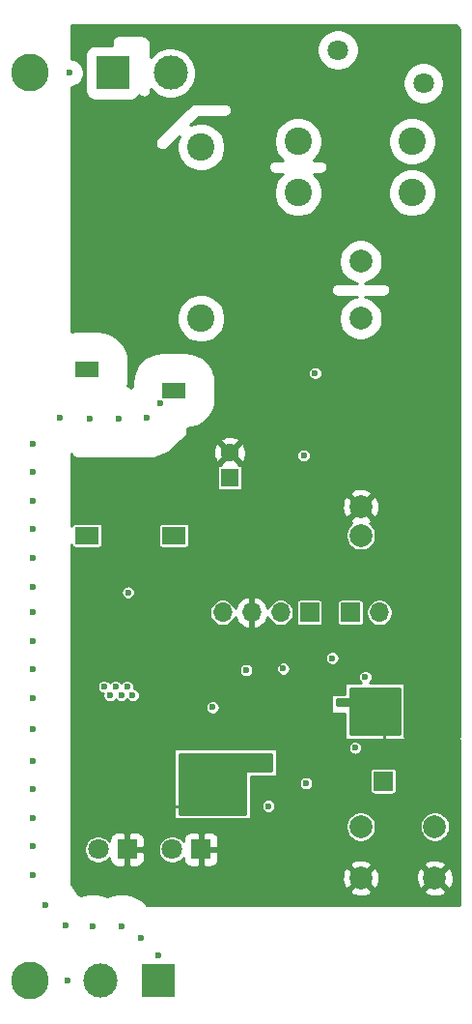
<source format=gbr>
G04 #@! TF.GenerationSoftware,KiCad,Pcbnew,(5.1.5)-3*
G04 #@! TF.CreationDate,2021-07-22T12:57:42-03:00*
G04 #@! TF.ProjectId,relayer_hw,72656c61-7965-4725-9f68-772e6b696361,rev?*
G04 #@! TF.SameCoordinates,Original*
G04 #@! TF.FileFunction,Copper,L3,Inr*
G04 #@! TF.FilePolarity,Positive*
%FSLAX46Y46*%
G04 Gerber Fmt 4.6, Leading zero omitted, Abs format (unit mm)*
G04 Created by KiCad (PCBNEW (5.1.5)-3) date 2021-07-22 12:57:42*
%MOMM*%
%LPD*%
G04 APERTURE LIST*
%ADD10R,2.000000X1.400000*%
%ADD11R,2.100000X1.550000*%
%ADD12C,3.300000*%
%ADD13C,2.400000*%
%ADD14R,1.800000X1.800000*%
%ADD15C,1.800000*%
%ADD16R,1.700000X1.700000*%
%ADD17O,1.700000X1.700000*%
%ADD18C,2.000000*%
%ADD19R,3.000000X3.000000*%
%ADD20C,3.000000*%
%ADD21R,1.600000X1.600000*%
%ADD22C,1.600000*%
%ADD23C,0.600000*%
%ADD24C,0.250000*%
%ADD25C,0.254000*%
G04 APERTURE END LIST*
D10*
X146620000Y-85300000D03*
X139000000Y-83460000D03*
D11*
X146620000Y-98000000D03*
X139000000Y-98000000D03*
D12*
X134000000Y-137000000D03*
X134000000Y-57500000D03*
D13*
X149000000Y-64000000D03*
X149000000Y-79000000D03*
D14*
X149000000Y-125500000D03*
D15*
X146460000Y-125500000D03*
X139960000Y-125500000D03*
D14*
X142500000Y-125500000D03*
D16*
X162100000Y-104750000D03*
D17*
X164640000Y-104750000D03*
D16*
X158500000Y-104750000D03*
D17*
X155960000Y-104750000D03*
X153420000Y-104750000D03*
X150880000Y-104750000D03*
D13*
X167500000Y-63500000D03*
X167500000Y-68000000D03*
X157500000Y-63500000D03*
X157500000Y-68000000D03*
D18*
X163000000Y-74000000D03*
X163000000Y-79000000D03*
X163000000Y-95500000D03*
X163000000Y-98000000D03*
D15*
X161000000Y-55500000D03*
X168500000Y-58400000D03*
D18*
X163000000Y-128000000D03*
X163000000Y-123500000D03*
X169500000Y-128000000D03*
X169500000Y-123500000D03*
D19*
X141250000Y-57500000D03*
D20*
X146330000Y-57500000D03*
D19*
X145250000Y-137000000D03*
D20*
X140170000Y-137000000D03*
D16*
X165000000Y-119500000D03*
D21*
X151510000Y-92940000D03*
D22*
X151510000Y-90740000D03*
D23*
X159000000Y-83800000D03*
X158000000Y-91000000D03*
X158200000Y-119700000D03*
X141000000Y-112000000D03*
X142000000Y-112000000D03*
X143000000Y-112000000D03*
X142500000Y-111250000D03*
X141500000Y-111250000D03*
X140500000Y-111250000D03*
X150000000Y-113050000D03*
X152950000Y-109800000D03*
X156200000Y-109670000D03*
X162515000Y-116600000D03*
X142600000Y-103000000D03*
X154900000Y-121700000D03*
X160500000Y-108750000D03*
X163400000Y-110400000D03*
X137250000Y-137000000D03*
X137500000Y-57500000D03*
X148600000Y-122100000D03*
X163400000Y-112200000D03*
X153200000Y-118000000D03*
X155500000Y-114000000D03*
X160000000Y-117000000D03*
X158500000Y-117000000D03*
X157000000Y-117000000D03*
X155500000Y-115500000D03*
X157000000Y-115500000D03*
X158500000Y-115500000D03*
X160000000Y-115500000D03*
X157000000Y-114000000D03*
X158500000Y-114000000D03*
X160000000Y-114000000D03*
X160000000Y-112500000D03*
X158500000Y-112500000D03*
X157000000Y-112500000D03*
X155500000Y-112500000D03*
X166000000Y-114900000D03*
X152000000Y-130000000D03*
X171500000Y-129250000D03*
X171500000Y-128500000D03*
X171500000Y-127750000D03*
X170750000Y-130000000D03*
X170000000Y-130000000D03*
X169250000Y-130000000D03*
X168500000Y-130000000D03*
X167750000Y-130000000D03*
X167000000Y-130000000D03*
X166250000Y-130000000D03*
X165500000Y-130000000D03*
X164750000Y-130000000D03*
X164000000Y-130000000D03*
X163250000Y-130000000D03*
X162500000Y-130000000D03*
X161750000Y-130000000D03*
X161000000Y-130000000D03*
X160250000Y-130000000D03*
X159500000Y-130000000D03*
X158750000Y-130000000D03*
X158000000Y-130000000D03*
X157250000Y-130000000D03*
X155750000Y-130000000D03*
X155000000Y-130000000D03*
X154250000Y-130000000D03*
X153500000Y-130000000D03*
X152750000Y-130000000D03*
X157500000Y-129250000D03*
X157500000Y-128500000D03*
X157500000Y-127750000D03*
X157500000Y-127000000D03*
X158250000Y-127000000D03*
X158500000Y-122500000D03*
X157750000Y-122500000D03*
X157750000Y-121750000D03*
X157750000Y-121000000D03*
X159000000Y-127000000D03*
X159250000Y-126250000D03*
X159250000Y-125500000D03*
X159250000Y-124750000D03*
X159250000Y-124000000D03*
X159250000Y-123250000D03*
X159250000Y-122500000D03*
X155500000Y-127000000D03*
X154750000Y-127000000D03*
X154000000Y-127000000D03*
X153750000Y-126250000D03*
X153750000Y-125500000D03*
X153750000Y-124750000D03*
X153750000Y-124000000D03*
X153750000Y-123250000D03*
X153750000Y-122500000D03*
X154500000Y-122500000D03*
X155250000Y-122500000D03*
X155750000Y-121750000D03*
X171500000Y-130000000D03*
X155900000Y-119100000D03*
X151250000Y-130000000D03*
X150500000Y-130000000D03*
X149750000Y-130000000D03*
X149000000Y-130000000D03*
X148250000Y-130000000D03*
X147500000Y-130000000D03*
X146750000Y-130000000D03*
X146000000Y-130000000D03*
X145250000Y-129250000D03*
X144500000Y-128750000D03*
X143750000Y-128500000D03*
X143000000Y-128500000D03*
X142250000Y-128500000D03*
X141500000Y-128500000D03*
X140750000Y-128500000D03*
X140000000Y-128500000D03*
X139250000Y-128500000D03*
X138500000Y-128250000D03*
X138000000Y-127500000D03*
X138000000Y-126750000D03*
X138000000Y-126000000D03*
X138000000Y-125250000D03*
X138000000Y-124500000D03*
X138000000Y-123750000D03*
X138000000Y-123000000D03*
X138000000Y-122250000D03*
X171500000Y-127000000D03*
X171500000Y-126250000D03*
X171500000Y-125500000D03*
X171000000Y-54000000D03*
X171000000Y-66500000D03*
X171000000Y-79000000D03*
X171000000Y-91500000D03*
X171000000Y-104000000D03*
X157500000Y-60250000D03*
X158500000Y-72750000D03*
X158500000Y-85250000D03*
X158500000Y-95750000D03*
X146000000Y-79000000D03*
X146000000Y-128500000D03*
X147000000Y-90500000D03*
X145000000Y-103000000D03*
X143500000Y-116000000D03*
X171000000Y-115500000D03*
X146500000Y-69000000D03*
X171000000Y-124500000D03*
X160800000Y-107700000D03*
X143750000Y-133250000D03*
X144210000Y-87710000D03*
X141750000Y-87750000D03*
X139250000Y-87750000D03*
X145460000Y-86460000D03*
X136575010Y-87700000D03*
X134275010Y-90000000D03*
X134275010Y-92474990D03*
X134275010Y-94974990D03*
X134275010Y-97474990D03*
X134275010Y-99974990D03*
X134275010Y-102474990D03*
X134275010Y-104724990D03*
X134275010Y-107224990D03*
X134275010Y-109724990D03*
X134275010Y-112224990D03*
X134275010Y-114974990D03*
X134275010Y-117724990D03*
X134275010Y-120224990D03*
X134275010Y-122724990D03*
X134275010Y-125224990D03*
X134275010Y-127724990D03*
X135375000Y-130375000D03*
X137125000Y-132125000D03*
X139500000Y-132250000D03*
X142000000Y-132250000D03*
X145250000Y-134750000D03*
D24*
X147250000Y-121750000D02*
X146000000Y-121750000D01*
X165100000Y-114900000D02*
X165100000Y-115900000D01*
D25*
G36*
X171648000Y-53645804D02*
G01*
X171648001Y-115623000D01*
X166877000Y-115623000D01*
X166877000Y-111000000D01*
X166874560Y-110975224D01*
X166867333Y-110951399D01*
X166855597Y-110929443D01*
X166839803Y-110910197D01*
X166820557Y-110894403D01*
X166798601Y-110882667D01*
X166774776Y-110875440D01*
X166750000Y-110873000D01*
X163813712Y-110873000D01*
X163887023Y-110799689D01*
X163955640Y-110696996D01*
X164002905Y-110582889D01*
X164027000Y-110461754D01*
X164027000Y-110338246D01*
X164002905Y-110217111D01*
X163955640Y-110103004D01*
X163887023Y-110000311D01*
X163799689Y-109912977D01*
X163696996Y-109844360D01*
X163582889Y-109797095D01*
X163461754Y-109773000D01*
X163338246Y-109773000D01*
X163217111Y-109797095D01*
X163103004Y-109844360D01*
X163000311Y-109912977D01*
X162912977Y-110000311D01*
X162844360Y-110103004D01*
X162797095Y-110217111D01*
X162773000Y-110338246D01*
X162773000Y-110461754D01*
X162797095Y-110582889D01*
X162844360Y-110696996D01*
X162912977Y-110799689D01*
X162986288Y-110873000D01*
X161750000Y-110873000D01*
X161725224Y-110875440D01*
X161701399Y-110882667D01*
X161679443Y-110894403D01*
X161660197Y-110910197D01*
X161644403Y-110929443D01*
X161632667Y-110951399D01*
X161625440Y-110975224D01*
X161623000Y-111000000D01*
X161623000Y-111873000D01*
X160500000Y-111873000D01*
X160475224Y-111875440D01*
X160451399Y-111882667D01*
X160429443Y-111894403D01*
X160410197Y-111910197D01*
X160394403Y-111929443D01*
X160382667Y-111951399D01*
X160375440Y-111975224D01*
X160373000Y-112000000D01*
X160373000Y-113500000D01*
X160375440Y-113524776D01*
X160382667Y-113548601D01*
X160394403Y-113570557D01*
X160410197Y-113589803D01*
X160429443Y-113605597D01*
X160451399Y-113617333D01*
X160475224Y-113624560D01*
X160500000Y-113627000D01*
X161623000Y-113627000D01*
X161623000Y-115750000D01*
X161625440Y-115774776D01*
X161632667Y-115798601D01*
X161644403Y-115820557D01*
X161660197Y-115839803D01*
X161679443Y-115855597D01*
X161701399Y-115867333D01*
X161725224Y-115874560D01*
X161750000Y-115877000D01*
X171648001Y-115877000D01*
X171648001Y-130373000D01*
X144289653Y-130373000D01*
X144255638Y-130366234D01*
X143865854Y-129976450D01*
X143386455Y-129656126D01*
X142853775Y-129435482D01*
X142288284Y-129323000D01*
X141711716Y-129323000D01*
X141146225Y-129435482D01*
X140750000Y-129599604D01*
X140353775Y-129435482D01*
X139788284Y-129323000D01*
X139211716Y-129323000D01*
X138646225Y-129435482D01*
X138463388Y-129511216D01*
X138127793Y-129372207D01*
X138029710Y-129135413D01*
X162044192Y-129135413D01*
X162139956Y-129399814D01*
X162429571Y-129540704D01*
X162741108Y-129622384D01*
X163062595Y-129641718D01*
X163381675Y-129597961D01*
X163686088Y-129492795D01*
X163860044Y-129399814D01*
X163955808Y-129135413D01*
X168544192Y-129135413D01*
X168639956Y-129399814D01*
X168929571Y-129540704D01*
X169241108Y-129622384D01*
X169562595Y-129641718D01*
X169881675Y-129597961D01*
X170186088Y-129492795D01*
X170360044Y-129399814D01*
X170455808Y-129135413D01*
X169500000Y-128179605D01*
X168544192Y-129135413D01*
X163955808Y-129135413D01*
X163000000Y-128179605D01*
X162044192Y-129135413D01*
X138029710Y-129135413D01*
X137968874Y-128988545D01*
X137648550Y-128509146D01*
X137627000Y-128487596D01*
X137627000Y-128062595D01*
X161358282Y-128062595D01*
X161402039Y-128381675D01*
X161507205Y-128686088D01*
X161600186Y-128860044D01*
X161864587Y-128955808D01*
X162820395Y-128000000D01*
X163179605Y-128000000D01*
X164135413Y-128955808D01*
X164399814Y-128860044D01*
X164540704Y-128570429D01*
X164622384Y-128258892D01*
X164634189Y-128062595D01*
X167858282Y-128062595D01*
X167902039Y-128381675D01*
X168007205Y-128686088D01*
X168100186Y-128860044D01*
X168364587Y-128955808D01*
X169320395Y-128000000D01*
X169679605Y-128000000D01*
X170635413Y-128955808D01*
X170899814Y-128860044D01*
X171040704Y-128570429D01*
X171122384Y-128258892D01*
X171141718Y-127937405D01*
X171097961Y-127618325D01*
X170992795Y-127313912D01*
X170899814Y-127139956D01*
X170635413Y-127044192D01*
X169679605Y-128000000D01*
X169320395Y-128000000D01*
X168364587Y-127044192D01*
X168100186Y-127139956D01*
X167959296Y-127429571D01*
X167877616Y-127741108D01*
X167858282Y-128062595D01*
X164634189Y-128062595D01*
X164641718Y-127937405D01*
X164597961Y-127618325D01*
X164492795Y-127313912D01*
X164399814Y-127139956D01*
X164135413Y-127044192D01*
X163179605Y-128000000D01*
X162820395Y-128000000D01*
X161864587Y-127044192D01*
X161600186Y-127139956D01*
X161459296Y-127429571D01*
X161377616Y-127741108D01*
X161358282Y-128062595D01*
X137627000Y-128062595D01*
X137627000Y-125379151D01*
X138733000Y-125379151D01*
X138733000Y-125620849D01*
X138780153Y-125857903D01*
X138872647Y-126081202D01*
X139006927Y-126282167D01*
X139177833Y-126453073D01*
X139378798Y-126587353D01*
X139602097Y-126679847D01*
X139839151Y-126727000D01*
X140080849Y-126727000D01*
X140317903Y-126679847D01*
X140541202Y-126587353D01*
X140742167Y-126453073D01*
X140913073Y-126282167D01*
X140962890Y-126207610D01*
X140961928Y-126400000D01*
X140974188Y-126524482D01*
X141010498Y-126644180D01*
X141069463Y-126754494D01*
X141148815Y-126851185D01*
X141245506Y-126930537D01*
X141355820Y-126989502D01*
X141475518Y-127025812D01*
X141600000Y-127038072D01*
X142214250Y-127035000D01*
X142373000Y-126876250D01*
X142373000Y-125627000D01*
X142627000Y-125627000D01*
X142627000Y-126876250D01*
X142785750Y-127035000D01*
X143400000Y-127038072D01*
X143524482Y-127025812D01*
X143644180Y-126989502D01*
X143754494Y-126930537D01*
X143851185Y-126851185D01*
X143930537Y-126754494D01*
X143989502Y-126644180D01*
X144025812Y-126524482D01*
X144038072Y-126400000D01*
X144035000Y-125785750D01*
X143876250Y-125627000D01*
X142627000Y-125627000D01*
X142373000Y-125627000D01*
X142353000Y-125627000D01*
X142353000Y-125379151D01*
X145233000Y-125379151D01*
X145233000Y-125620849D01*
X145280153Y-125857903D01*
X145372647Y-126081202D01*
X145506927Y-126282167D01*
X145677833Y-126453073D01*
X145878798Y-126587353D01*
X146102097Y-126679847D01*
X146339151Y-126727000D01*
X146580849Y-126727000D01*
X146817903Y-126679847D01*
X147041202Y-126587353D01*
X147242167Y-126453073D01*
X147413073Y-126282167D01*
X147462890Y-126207610D01*
X147461928Y-126400000D01*
X147474188Y-126524482D01*
X147510498Y-126644180D01*
X147569463Y-126754494D01*
X147648815Y-126851185D01*
X147745506Y-126930537D01*
X147855820Y-126989502D01*
X147975518Y-127025812D01*
X148100000Y-127038072D01*
X148714250Y-127035000D01*
X148873000Y-126876250D01*
X148873000Y-125627000D01*
X149127000Y-125627000D01*
X149127000Y-126876250D01*
X149285750Y-127035000D01*
X149900000Y-127038072D01*
X150024482Y-127025812D01*
X150144180Y-126989502D01*
X150254494Y-126930537D01*
X150334854Y-126864587D01*
X162044192Y-126864587D01*
X163000000Y-127820395D01*
X163955808Y-126864587D01*
X168544192Y-126864587D01*
X169500000Y-127820395D01*
X170455808Y-126864587D01*
X170360044Y-126600186D01*
X170070429Y-126459296D01*
X169758892Y-126377616D01*
X169437405Y-126358282D01*
X169118325Y-126402039D01*
X168813912Y-126507205D01*
X168639956Y-126600186D01*
X168544192Y-126864587D01*
X163955808Y-126864587D01*
X163860044Y-126600186D01*
X163570429Y-126459296D01*
X163258892Y-126377616D01*
X162937405Y-126358282D01*
X162618325Y-126402039D01*
X162313912Y-126507205D01*
X162139956Y-126600186D01*
X162044192Y-126864587D01*
X150334854Y-126864587D01*
X150351185Y-126851185D01*
X150430537Y-126754494D01*
X150489502Y-126644180D01*
X150525812Y-126524482D01*
X150538072Y-126400000D01*
X150535000Y-125785750D01*
X150376250Y-125627000D01*
X149127000Y-125627000D01*
X148873000Y-125627000D01*
X148853000Y-125627000D01*
X148853000Y-125373000D01*
X148873000Y-125373000D01*
X148873000Y-124123750D01*
X149127000Y-124123750D01*
X149127000Y-125373000D01*
X150376250Y-125373000D01*
X150535000Y-125214250D01*
X150538072Y-124600000D01*
X150525812Y-124475518D01*
X150489502Y-124355820D01*
X150430537Y-124245506D01*
X150351185Y-124148815D01*
X150254494Y-124069463D01*
X150144180Y-124010498D01*
X150024482Y-123974188D01*
X149900000Y-123961928D01*
X149285750Y-123965000D01*
X149127000Y-124123750D01*
X148873000Y-124123750D01*
X148714250Y-123965000D01*
X148100000Y-123961928D01*
X147975518Y-123974188D01*
X147855820Y-124010498D01*
X147745506Y-124069463D01*
X147648815Y-124148815D01*
X147569463Y-124245506D01*
X147510498Y-124355820D01*
X147474188Y-124475518D01*
X147461928Y-124600000D01*
X147462890Y-124792390D01*
X147413073Y-124717833D01*
X147242167Y-124546927D01*
X147041202Y-124412647D01*
X146817903Y-124320153D01*
X146580849Y-124273000D01*
X146339151Y-124273000D01*
X146102097Y-124320153D01*
X145878798Y-124412647D01*
X145677833Y-124546927D01*
X145506927Y-124717833D01*
X145372647Y-124918798D01*
X145280153Y-125142097D01*
X145233000Y-125379151D01*
X142353000Y-125379151D01*
X142353000Y-125373000D01*
X142373000Y-125373000D01*
X142373000Y-124123750D01*
X142627000Y-124123750D01*
X142627000Y-125373000D01*
X143876250Y-125373000D01*
X144035000Y-125214250D01*
X144038072Y-124600000D01*
X144025812Y-124475518D01*
X143989502Y-124355820D01*
X143930537Y-124245506D01*
X143851185Y-124148815D01*
X143754494Y-124069463D01*
X143644180Y-124010498D01*
X143524482Y-123974188D01*
X143400000Y-123961928D01*
X142785750Y-123965000D01*
X142627000Y-124123750D01*
X142373000Y-124123750D01*
X142214250Y-123965000D01*
X141600000Y-123961928D01*
X141475518Y-123974188D01*
X141355820Y-124010498D01*
X141245506Y-124069463D01*
X141148815Y-124148815D01*
X141069463Y-124245506D01*
X141010498Y-124355820D01*
X140974188Y-124475518D01*
X140961928Y-124600000D01*
X140962890Y-124792390D01*
X140913073Y-124717833D01*
X140742167Y-124546927D01*
X140541202Y-124412647D01*
X140317903Y-124320153D01*
X140080849Y-124273000D01*
X139839151Y-124273000D01*
X139602097Y-124320153D01*
X139378798Y-124412647D01*
X139177833Y-124546927D01*
X139006927Y-124717833D01*
X138872647Y-124918798D01*
X138780153Y-125142097D01*
X138733000Y-125379151D01*
X137627000Y-125379151D01*
X137627000Y-123369302D01*
X161673000Y-123369302D01*
X161673000Y-123630698D01*
X161723996Y-123887072D01*
X161824028Y-124128570D01*
X161969252Y-124345913D01*
X162154087Y-124530748D01*
X162371430Y-124675972D01*
X162612928Y-124776004D01*
X162869302Y-124827000D01*
X163130698Y-124827000D01*
X163387072Y-124776004D01*
X163628570Y-124675972D01*
X163845913Y-124530748D01*
X164030748Y-124345913D01*
X164175972Y-124128570D01*
X164276004Y-123887072D01*
X164327000Y-123630698D01*
X164327000Y-123369302D01*
X168173000Y-123369302D01*
X168173000Y-123630698D01*
X168223996Y-123887072D01*
X168324028Y-124128570D01*
X168469252Y-124345913D01*
X168654087Y-124530748D01*
X168871430Y-124675972D01*
X169112928Y-124776004D01*
X169369302Y-124827000D01*
X169630698Y-124827000D01*
X169887072Y-124776004D01*
X170128570Y-124675972D01*
X170345913Y-124530748D01*
X170530748Y-124345913D01*
X170675972Y-124128570D01*
X170776004Y-123887072D01*
X170827000Y-123630698D01*
X170827000Y-123369302D01*
X170776004Y-123112928D01*
X170675972Y-122871430D01*
X170530748Y-122654087D01*
X170345913Y-122469252D01*
X170128570Y-122324028D01*
X169887072Y-122223996D01*
X169630698Y-122173000D01*
X169369302Y-122173000D01*
X169112928Y-122223996D01*
X168871430Y-122324028D01*
X168654087Y-122469252D01*
X168469252Y-122654087D01*
X168324028Y-122871430D01*
X168223996Y-123112928D01*
X168173000Y-123369302D01*
X164327000Y-123369302D01*
X164276004Y-123112928D01*
X164175972Y-122871430D01*
X164030748Y-122654087D01*
X163845913Y-122469252D01*
X163628570Y-122324028D01*
X163387072Y-122223996D01*
X163130698Y-122173000D01*
X162869302Y-122173000D01*
X162612928Y-122223996D01*
X162371430Y-122324028D01*
X162154087Y-122469252D01*
X161969252Y-122654087D01*
X161824028Y-122871430D01*
X161723996Y-123112928D01*
X161673000Y-123369302D01*
X137627000Y-123369302D01*
X137627000Y-116750000D01*
X146623000Y-116750000D01*
X146623000Y-122700000D01*
X146625440Y-122724776D01*
X146632667Y-122748601D01*
X146644403Y-122770557D01*
X146660197Y-122789803D01*
X146679443Y-122805597D01*
X146701399Y-122817333D01*
X146725224Y-122824560D01*
X146750000Y-122827000D01*
X153250000Y-122827000D01*
X153274776Y-122824560D01*
X153298601Y-122817333D01*
X153320557Y-122805597D01*
X153339803Y-122789803D01*
X153355597Y-122770557D01*
X153367333Y-122748601D01*
X153374560Y-122724776D01*
X153377000Y-122700000D01*
X153377000Y-121638246D01*
X154273000Y-121638246D01*
X154273000Y-121761754D01*
X154297095Y-121882889D01*
X154344360Y-121996996D01*
X154412977Y-122099689D01*
X154500311Y-122187023D01*
X154603004Y-122255640D01*
X154717111Y-122302905D01*
X154838246Y-122327000D01*
X154961754Y-122327000D01*
X155082889Y-122302905D01*
X155196996Y-122255640D01*
X155299689Y-122187023D01*
X155387023Y-122099689D01*
X155455640Y-121996996D01*
X155502905Y-121882889D01*
X155527000Y-121761754D01*
X155527000Y-121638246D01*
X155502905Y-121517111D01*
X155455640Y-121403004D01*
X155387023Y-121300311D01*
X155299689Y-121212977D01*
X155196996Y-121144360D01*
X155082889Y-121097095D01*
X154961754Y-121073000D01*
X154838246Y-121073000D01*
X154717111Y-121097095D01*
X154603004Y-121144360D01*
X154500311Y-121212977D01*
X154412977Y-121300311D01*
X154344360Y-121403004D01*
X154297095Y-121517111D01*
X154273000Y-121638246D01*
X153377000Y-121638246D01*
X153377000Y-119638246D01*
X157573000Y-119638246D01*
X157573000Y-119761754D01*
X157597095Y-119882889D01*
X157644360Y-119996996D01*
X157712977Y-120099689D01*
X157800311Y-120187023D01*
X157903004Y-120255640D01*
X158017111Y-120302905D01*
X158138246Y-120327000D01*
X158261754Y-120327000D01*
X158382889Y-120302905D01*
X158496996Y-120255640D01*
X158599689Y-120187023D01*
X158687023Y-120099689D01*
X158755640Y-119996996D01*
X158802905Y-119882889D01*
X158827000Y-119761754D01*
X158827000Y-119638246D01*
X158802905Y-119517111D01*
X158755640Y-119403004D01*
X158687023Y-119300311D01*
X158599689Y-119212977D01*
X158496996Y-119144360D01*
X158382889Y-119097095D01*
X158261754Y-119073000D01*
X158138246Y-119073000D01*
X158017111Y-119097095D01*
X157903004Y-119144360D01*
X157800311Y-119212977D01*
X157712977Y-119300311D01*
X157644360Y-119403004D01*
X157597095Y-119517111D01*
X157573000Y-119638246D01*
X153377000Y-119638246D01*
X153377000Y-119127000D01*
X155500000Y-119127000D01*
X155524776Y-119124560D01*
X155548601Y-119117333D01*
X155570557Y-119105597D01*
X155589803Y-119089803D01*
X155605597Y-119070557D01*
X155617333Y-119048601D01*
X155624560Y-119024776D01*
X155627000Y-119000000D01*
X155627000Y-118650000D01*
X163821418Y-118650000D01*
X163821418Y-120350000D01*
X163827732Y-120414103D01*
X163846430Y-120475743D01*
X163876794Y-120532550D01*
X163917657Y-120582343D01*
X163967450Y-120623206D01*
X164024257Y-120653570D01*
X164085897Y-120672268D01*
X164150000Y-120678582D01*
X165850000Y-120678582D01*
X165914103Y-120672268D01*
X165975743Y-120653570D01*
X166032550Y-120623206D01*
X166082343Y-120582343D01*
X166123206Y-120532550D01*
X166153570Y-120475743D01*
X166172268Y-120414103D01*
X166178582Y-120350000D01*
X166178582Y-118650000D01*
X166172268Y-118585897D01*
X166153570Y-118524257D01*
X166123206Y-118467450D01*
X166082343Y-118417657D01*
X166032550Y-118376794D01*
X165975743Y-118346430D01*
X165914103Y-118327732D01*
X165850000Y-118321418D01*
X164150000Y-118321418D01*
X164085897Y-118327732D01*
X164024257Y-118346430D01*
X163967450Y-118376794D01*
X163917657Y-118417657D01*
X163876794Y-118467450D01*
X163846430Y-118524257D01*
X163827732Y-118585897D01*
X163821418Y-118650000D01*
X155627000Y-118650000D01*
X155627000Y-116750000D01*
X155624560Y-116725224D01*
X155617333Y-116701399D01*
X155605597Y-116679443D01*
X155589803Y-116660197D01*
X155570557Y-116644403D01*
X155548601Y-116632667D01*
X155524776Y-116625440D01*
X155500000Y-116623000D01*
X146750000Y-116623000D01*
X146725224Y-116625440D01*
X146701399Y-116632667D01*
X146679443Y-116644403D01*
X146660197Y-116660197D01*
X146644403Y-116679443D01*
X146632667Y-116701399D01*
X146625440Y-116725224D01*
X146623000Y-116750000D01*
X137627000Y-116750000D01*
X137627000Y-116538246D01*
X161888000Y-116538246D01*
X161888000Y-116661754D01*
X161912095Y-116782889D01*
X161959360Y-116896996D01*
X162027977Y-116999689D01*
X162115311Y-117087023D01*
X162218004Y-117155640D01*
X162332111Y-117202905D01*
X162453246Y-117227000D01*
X162576754Y-117227000D01*
X162697889Y-117202905D01*
X162811996Y-117155640D01*
X162914689Y-117087023D01*
X163002023Y-116999689D01*
X163070640Y-116896996D01*
X163117905Y-116782889D01*
X163142000Y-116661754D01*
X163142000Y-116538246D01*
X163117905Y-116417111D01*
X163070640Y-116303004D01*
X163002023Y-116200311D01*
X162914689Y-116112977D01*
X162811996Y-116044360D01*
X162697889Y-115997095D01*
X162576754Y-115973000D01*
X162453246Y-115973000D01*
X162332111Y-115997095D01*
X162218004Y-116044360D01*
X162115311Y-116112977D01*
X162027977Y-116200311D01*
X161959360Y-116303004D01*
X161912095Y-116417111D01*
X161888000Y-116538246D01*
X137627000Y-116538246D01*
X137627000Y-112988246D01*
X149373000Y-112988246D01*
X149373000Y-113111754D01*
X149397095Y-113232889D01*
X149444360Y-113346996D01*
X149512977Y-113449689D01*
X149600311Y-113537023D01*
X149703004Y-113605640D01*
X149817111Y-113652905D01*
X149938246Y-113677000D01*
X150061754Y-113677000D01*
X150182889Y-113652905D01*
X150296996Y-113605640D01*
X150399689Y-113537023D01*
X150487023Y-113449689D01*
X150555640Y-113346996D01*
X150602905Y-113232889D01*
X150627000Y-113111754D01*
X150627000Y-112988246D01*
X150602905Y-112867111D01*
X150555640Y-112753004D01*
X150487023Y-112650311D01*
X150399689Y-112562977D01*
X150296996Y-112494360D01*
X150182889Y-112447095D01*
X150061754Y-112423000D01*
X149938246Y-112423000D01*
X149817111Y-112447095D01*
X149703004Y-112494360D01*
X149600311Y-112562977D01*
X149512977Y-112650311D01*
X149444360Y-112753004D01*
X149397095Y-112867111D01*
X149373000Y-112988246D01*
X137627000Y-112988246D01*
X137627000Y-111188246D01*
X139873000Y-111188246D01*
X139873000Y-111311754D01*
X139897095Y-111432889D01*
X139944360Y-111546996D01*
X140012977Y-111649689D01*
X140100311Y-111737023D01*
X140203004Y-111805640D01*
X140317111Y-111852905D01*
X140387202Y-111866847D01*
X140373000Y-111938246D01*
X140373000Y-112061754D01*
X140397095Y-112182889D01*
X140444360Y-112296996D01*
X140512977Y-112399689D01*
X140600311Y-112487023D01*
X140703004Y-112555640D01*
X140817111Y-112602905D01*
X140938246Y-112627000D01*
X141061754Y-112627000D01*
X141182889Y-112602905D01*
X141296996Y-112555640D01*
X141399689Y-112487023D01*
X141487023Y-112399689D01*
X141500000Y-112380267D01*
X141512977Y-112399689D01*
X141600311Y-112487023D01*
X141703004Y-112555640D01*
X141817111Y-112602905D01*
X141938246Y-112627000D01*
X142061754Y-112627000D01*
X142182889Y-112602905D01*
X142296996Y-112555640D01*
X142399689Y-112487023D01*
X142487023Y-112399689D01*
X142500000Y-112380267D01*
X142512977Y-112399689D01*
X142600311Y-112487023D01*
X142703004Y-112555640D01*
X142817111Y-112602905D01*
X142938246Y-112627000D01*
X143061754Y-112627000D01*
X143182889Y-112602905D01*
X143296996Y-112555640D01*
X143399689Y-112487023D01*
X143487023Y-112399689D01*
X143555640Y-112296996D01*
X143602905Y-112182889D01*
X143627000Y-112061754D01*
X143627000Y-111938246D01*
X143602905Y-111817111D01*
X143555640Y-111703004D01*
X143487023Y-111600311D01*
X143399689Y-111512977D01*
X143296996Y-111444360D01*
X143182889Y-111397095D01*
X143112798Y-111383153D01*
X143127000Y-111311754D01*
X143127000Y-111188246D01*
X143102905Y-111067111D01*
X143055640Y-110953004D01*
X142987023Y-110850311D01*
X142899689Y-110762977D01*
X142796996Y-110694360D01*
X142682889Y-110647095D01*
X142561754Y-110623000D01*
X142438246Y-110623000D01*
X142317111Y-110647095D01*
X142203004Y-110694360D01*
X142100311Y-110762977D01*
X142012977Y-110850311D01*
X142000000Y-110869733D01*
X141987023Y-110850311D01*
X141899689Y-110762977D01*
X141796996Y-110694360D01*
X141682889Y-110647095D01*
X141561754Y-110623000D01*
X141438246Y-110623000D01*
X141317111Y-110647095D01*
X141203004Y-110694360D01*
X141100311Y-110762977D01*
X141012977Y-110850311D01*
X141000000Y-110869733D01*
X140987023Y-110850311D01*
X140899689Y-110762977D01*
X140796996Y-110694360D01*
X140682889Y-110647095D01*
X140561754Y-110623000D01*
X140438246Y-110623000D01*
X140317111Y-110647095D01*
X140203004Y-110694360D01*
X140100311Y-110762977D01*
X140012977Y-110850311D01*
X139944360Y-110953004D01*
X139897095Y-111067111D01*
X139873000Y-111188246D01*
X137627000Y-111188246D01*
X137627000Y-109738246D01*
X152323000Y-109738246D01*
X152323000Y-109861754D01*
X152347095Y-109982889D01*
X152394360Y-110096996D01*
X152462977Y-110199689D01*
X152550311Y-110287023D01*
X152653004Y-110355640D01*
X152767111Y-110402905D01*
X152888246Y-110427000D01*
X153011754Y-110427000D01*
X153132889Y-110402905D01*
X153246996Y-110355640D01*
X153349689Y-110287023D01*
X153437023Y-110199689D01*
X153505640Y-110096996D01*
X153552905Y-109982889D01*
X153577000Y-109861754D01*
X153577000Y-109738246D01*
X153552905Y-109617111D01*
X153549233Y-109608246D01*
X155573000Y-109608246D01*
X155573000Y-109731754D01*
X155597095Y-109852889D01*
X155644360Y-109966996D01*
X155712977Y-110069689D01*
X155800311Y-110157023D01*
X155903004Y-110225640D01*
X156017111Y-110272905D01*
X156138246Y-110297000D01*
X156261754Y-110297000D01*
X156382889Y-110272905D01*
X156496996Y-110225640D01*
X156599689Y-110157023D01*
X156687023Y-110069689D01*
X156755640Y-109966996D01*
X156802905Y-109852889D01*
X156827000Y-109731754D01*
X156827000Y-109608246D01*
X156802905Y-109487111D01*
X156755640Y-109373004D01*
X156687023Y-109270311D01*
X156599689Y-109182977D01*
X156496996Y-109114360D01*
X156382889Y-109067095D01*
X156261754Y-109043000D01*
X156138246Y-109043000D01*
X156017111Y-109067095D01*
X155903004Y-109114360D01*
X155800311Y-109182977D01*
X155712977Y-109270311D01*
X155644360Y-109373004D01*
X155597095Y-109487111D01*
X155573000Y-109608246D01*
X153549233Y-109608246D01*
X153505640Y-109503004D01*
X153437023Y-109400311D01*
X153349689Y-109312977D01*
X153246996Y-109244360D01*
X153132889Y-109197095D01*
X153011754Y-109173000D01*
X152888246Y-109173000D01*
X152767111Y-109197095D01*
X152653004Y-109244360D01*
X152550311Y-109312977D01*
X152462977Y-109400311D01*
X152394360Y-109503004D01*
X152347095Y-109617111D01*
X152323000Y-109738246D01*
X137627000Y-109738246D01*
X137627000Y-108688246D01*
X159873000Y-108688246D01*
X159873000Y-108811754D01*
X159897095Y-108932889D01*
X159944360Y-109046996D01*
X160012977Y-109149689D01*
X160100311Y-109237023D01*
X160203004Y-109305640D01*
X160317111Y-109352905D01*
X160438246Y-109377000D01*
X160561754Y-109377000D01*
X160682889Y-109352905D01*
X160796996Y-109305640D01*
X160899689Y-109237023D01*
X160987023Y-109149689D01*
X161055640Y-109046996D01*
X161102905Y-108932889D01*
X161127000Y-108811754D01*
X161127000Y-108688246D01*
X161102905Y-108567111D01*
X161055640Y-108453004D01*
X160987023Y-108350311D01*
X160899689Y-108262977D01*
X160796996Y-108194360D01*
X160682889Y-108147095D01*
X160561754Y-108123000D01*
X160438246Y-108123000D01*
X160317111Y-108147095D01*
X160203004Y-108194360D01*
X160100311Y-108262977D01*
X160012977Y-108350311D01*
X159944360Y-108453004D01*
X159897095Y-108567111D01*
X159873000Y-108688246D01*
X137627000Y-108688246D01*
X137627000Y-104634076D01*
X149703000Y-104634076D01*
X149703000Y-104865924D01*
X149748231Y-105093318D01*
X149836956Y-105307519D01*
X149965764Y-105500294D01*
X150129706Y-105664236D01*
X150322481Y-105793044D01*
X150536682Y-105881769D01*
X150764076Y-105927000D01*
X150995924Y-105927000D01*
X151223318Y-105881769D01*
X151437519Y-105793044D01*
X151630294Y-105664236D01*
X151794236Y-105500294D01*
X151923044Y-105307519D01*
X151991264Y-105142821D01*
X152075843Y-105381252D01*
X152224822Y-105631355D01*
X152419731Y-105847588D01*
X152653080Y-106021641D01*
X152915901Y-106146825D01*
X153063110Y-106191476D01*
X153293000Y-106070155D01*
X153293000Y-104877000D01*
X153273000Y-104877000D01*
X153273000Y-104623000D01*
X153293000Y-104623000D01*
X153293000Y-103429845D01*
X153547000Y-103429845D01*
X153547000Y-104623000D01*
X153567000Y-104623000D01*
X153567000Y-104877000D01*
X153547000Y-104877000D01*
X153547000Y-106070155D01*
X153776890Y-106191476D01*
X153924099Y-106146825D01*
X154186920Y-106021641D01*
X154420269Y-105847588D01*
X154615178Y-105631355D01*
X154764157Y-105381252D01*
X154848736Y-105142821D01*
X154916956Y-105307519D01*
X155045764Y-105500294D01*
X155209706Y-105664236D01*
X155402481Y-105793044D01*
X155616682Y-105881769D01*
X155844076Y-105927000D01*
X156075924Y-105927000D01*
X156303318Y-105881769D01*
X156517519Y-105793044D01*
X156710294Y-105664236D01*
X156874236Y-105500294D01*
X157003044Y-105307519D01*
X157091769Y-105093318D01*
X157137000Y-104865924D01*
X157137000Y-104634076D01*
X157091769Y-104406682D01*
X157003044Y-104192481D01*
X156874236Y-103999706D01*
X156774530Y-103900000D01*
X157321418Y-103900000D01*
X157321418Y-105600000D01*
X157327732Y-105664103D01*
X157346430Y-105725743D01*
X157376794Y-105782550D01*
X157417657Y-105832343D01*
X157467450Y-105873206D01*
X157524257Y-105903570D01*
X157585897Y-105922268D01*
X157650000Y-105928582D01*
X159350000Y-105928582D01*
X159414103Y-105922268D01*
X159475743Y-105903570D01*
X159532550Y-105873206D01*
X159582343Y-105832343D01*
X159623206Y-105782550D01*
X159653570Y-105725743D01*
X159672268Y-105664103D01*
X159678582Y-105600000D01*
X159678582Y-103900000D01*
X160921418Y-103900000D01*
X160921418Y-105600000D01*
X160927732Y-105664103D01*
X160946430Y-105725743D01*
X160976794Y-105782550D01*
X161017657Y-105832343D01*
X161067450Y-105873206D01*
X161124257Y-105903570D01*
X161185897Y-105922268D01*
X161250000Y-105928582D01*
X162950000Y-105928582D01*
X163014103Y-105922268D01*
X163075743Y-105903570D01*
X163132550Y-105873206D01*
X163182343Y-105832343D01*
X163223206Y-105782550D01*
X163253570Y-105725743D01*
X163272268Y-105664103D01*
X163278582Y-105600000D01*
X163278582Y-104634076D01*
X163463000Y-104634076D01*
X163463000Y-104865924D01*
X163508231Y-105093318D01*
X163596956Y-105307519D01*
X163725764Y-105500294D01*
X163889706Y-105664236D01*
X164082481Y-105793044D01*
X164296682Y-105881769D01*
X164524076Y-105927000D01*
X164755924Y-105927000D01*
X164983318Y-105881769D01*
X165197519Y-105793044D01*
X165390294Y-105664236D01*
X165554236Y-105500294D01*
X165683044Y-105307519D01*
X165771769Y-105093318D01*
X165817000Y-104865924D01*
X165817000Y-104634076D01*
X165771769Y-104406682D01*
X165683044Y-104192481D01*
X165554236Y-103999706D01*
X165390294Y-103835764D01*
X165197519Y-103706956D01*
X164983318Y-103618231D01*
X164755924Y-103573000D01*
X164524076Y-103573000D01*
X164296682Y-103618231D01*
X164082481Y-103706956D01*
X163889706Y-103835764D01*
X163725764Y-103999706D01*
X163596956Y-104192481D01*
X163508231Y-104406682D01*
X163463000Y-104634076D01*
X163278582Y-104634076D01*
X163278582Y-103900000D01*
X163272268Y-103835897D01*
X163253570Y-103774257D01*
X163223206Y-103717450D01*
X163182343Y-103667657D01*
X163132550Y-103626794D01*
X163075743Y-103596430D01*
X163014103Y-103577732D01*
X162950000Y-103571418D01*
X161250000Y-103571418D01*
X161185897Y-103577732D01*
X161124257Y-103596430D01*
X161067450Y-103626794D01*
X161017657Y-103667657D01*
X160976794Y-103717450D01*
X160946430Y-103774257D01*
X160927732Y-103835897D01*
X160921418Y-103900000D01*
X159678582Y-103900000D01*
X159672268Y-103835897D01*
X159653570Y-103774257D01*
X159623206Y-103717450D01*
X159582343Y-103667657D01*
X159532550Y-103626794D01*
X159475743Y-103596430D01*
X159414103Y-103577732D01*
X159350000Y-103571418D01*
X157650000Y-103571418D01*
X157585897Y-103577732D01*
X157524257Y-103596430D01*
X157467450Y-103626794D01*
X157417657Y-103667657D01*
X157376794Y-103717450D01*
X157346430Y-103774257D01*
X157327732Y-103835897D01*
X157321418Y-103900000D01*
X156774530Y-103900000D01*
X156710294Y-103835764D01*
X156517519Y-103706956D01*
X156303318Y-103618231D01*
X156075924Y-103573000D01*
X155844076Y-103573000D01*
X155616682Y-103618231D01*
X155402481Y-103706956D01*
X155209706Y-103835764D01*
X155045764Y-103999706D01*
X154916956Y-104192481D01*
X154848736Y-104357179D01*
X154764157Y-104118748D01*
X154615178Y-103868645D01*
X154420269Y-103652412D01*
X154186920Y-103478359D01*
X153924099Y-103353175D01*
X153776890Y-103308524D01*
X153547000Y-103429845D01*
X153293000Y-103429845D01*
X153063110Y-103308524D01*
X152915901Y-103353175D01*
X152653080Y-103478359D01*
X152419731Y-103652412D01*
X152224822Y-103868645D01*
X152075843Y-104118748D01*
X151991264Y-104357179D01*
X151923044Y-104192481D01*
X151794236Y-103999706D01*
X151630294Y-103835764D01*
X151437519Y-103706956D01*
X151223318Y-103618231D01*
X150995924Y-103573000D01*
X150764076Y-103573000D01*
X150536682Y-103618231D01*
X150322481Y-103706956D01*
X150129706Y-103835764D01*
X149965764Y-103999706D01*
X149836956Y-104192481D01*
X149748231Y-104406682D01*
X149703000Y-104634076D01*
X137627000Y-104634076D01*
X137627000Y-102938246D01*
X141973000Y-102938246D01*
X141973000Y-103061754D01*
X141997095Y-103182889D01*
X142044360Y-103296996D01*
X142112977Y-103399689D01*
X142200311Y-103487023D01*
X142303004Y-103555640D01*
X142417111Y-103602905D01*
X142538246Y-103627000D01*
X142661754Y-103627000D01*
X142782889Y-103602905D01*
X142896996Y-103555640D01*
X142999689Y-103487023D01*
X143087023Y-103399689D01*
X143155640Y-103296996D01*
X143202905Y-103182889D01*
X143227000Y-103061754D01*
X143227000Y-102938246D01*
X143202905Y-102817111D01*
X143155640Y-102703004D01*
X143087023Y-102600311D01*
X142999689Y-102512977D01*
X142896996Y-102444360D01*
X142782889Y-102397095D01*
X142661754Y-102373000D01*
X142538246Y-102373000D01*
X142417111Y-102397095D01*
X142303004Y-102444360D01*
X142200311Y-102512977D01*
X142112977Y-102600311D01*
X142044360Y-102703004D01*
X141997095Y-102817111D01*
X141973000Y-102938246D01*
X137627000Y-102938246D01*
X137627000Y-98831671D01*
X137627732Y-98839103D01*
X137646430Y-98900743D01*
X137676794Y-98957550D01*
X137717657Y-99007343D01*
X137767450Y-99048206D01*
X137824257Y-99078570D01*
X137885897Y-99097268D01*
X137950000Y-99103582D01*
X140050000Y-99103582D01*
X140114103Y-99097268D01*
X140175743Y-99078570D01*
X140232550Y-99048206D01*
X140282343Y-99007343D01*
X140323206Y-98957550D01*
X140353570Y-98900743D01*
X140372268Y-98839103D01*
X140378582Y-98775000D01*
X140378582Y-97225000D01*
X145241418Y-97225000D01*
X145241418Y-98775000D01*
X145247732Y-98839103D01*
X145266430Y-98900743D01*
X145296794Y-98957550D01*
X145337657Y-99007343D01*
X145387450Y-99048206D01*
X145444257Y-99078570D01*
X145505897Y-99097268D01*
X145570000Y-99103582D01*
X147670000Y-99103582D01*
X147734103Y-99097268D01*
X147795743Y-99078570D01*
X147852550Y-99048206D01*
X147902343Y-99007343D01*
X147943206Y-98957550D01*
X147973570Y-98900743D01*
X147992268Y-98839103D01*
X147998582Y-98775000D01*
X147998582Y-97869302D01*
X161673000Y-97869302D01*
X161673000Y-98130698D01*
X161723996Y-98387072D01*
X161824028Y-98628570D01*
X161969252Y-98845913D01*
X162154087Y-99030748D01*
X162371430Y-99175972D01*
X162612928Y-99276004D01*
X162869302Y-99327000D01*
X163130698Y-99327000D01*
X163387072Y-99276004D01*
X163628570Y-99175972D01*
X163845913Y-99030748D01*
X164030748Y-98845913D01*
X164175972Y-98628570D01*
X164276004Y-98387072D01*
X164327000Y-98130698D01*
X164327000Y-97869302D01*
X164276004Y-97612928D01*
X164175972Y-97371430D01*
X164030748Y-97154087D01*
X163845913Y-96969252D01*
X163794458Y-96934871D01*
X163860044Y-96899814D01*
X163955808Y-96635413D01*
X163000000Y-95679605D01*
X162044192Y-96635413D01*
X162139956Y-96899814D01*
X162208271Y-96933047D01*
X162154087Y-96969252D01*
X161969252Y-97154087D01*
X161824028Y-97371430D01*
X161723996Y-97612928D01*
X161673000Y-97869302D01*
X147998582Y-97869302D01*
X147998582Y-97225000D01*
X147992268Y-97160897D01*
X147973570Y-97099257D01*
X147943206Y-97042450D01*
X147902343Y-96992657D01*
X147852550Y-96951794D01*
X147795743Y-96921430D01*
X147734103Y-96902732D01*
X147670000Y-96896418D01*
X145570000Y-96896418D01*
X145505897Y-96902732D01*
X145444257Y-96921430D01*
X145387450Y-96951794D01*
X145337657Y-96992657D01*
X145296794Y-97042450D01*
X145266430Y-97099257D01*
X145247732Y-97160897D01*
X145241418Y-97225000D01*
X140378582Y-97225000D01*
X140372268Y-97160897D01*
X140353570Y-97099257D01*
X140323206Y-97042450D01*
X140282343Y-96992657D01*
X140232550Y-96951794D01*
X140175743Y-96921430D01*
X140114103Y-96902732D01*
X140050000Y-96896418D01*
X137950000Y-96896418D01*
X137885897Y-96902732D01*
X137824257Y-96921430D01*
X137767450Y-96951794D01*
X137717657Y-96992657D01*
X137676794Y-97042450D01*
X137646430Y-97099257D01*
X137627732Y-97160897D01*
X137627000Y-97168329D01*
X137627000Y-95562595D01*
X161358282Y-95562595D01*
X161402039Y-95881675D01*
X161507205Y-96186088D01*
X161600186Y-96360044D01*
X161864587Y-96455808D01*
X162820395Y-95500000D01*
X163179605Y-95500000D01*
X164135413Y-96455808D01*
X164399814Y-96360044D01*
X164540704Y-96070429D01*
X164622384Y-95758892D01*
X164641718Y-95437405D01*
X164597961Y-95118325D01*
X164492795Y-94813912D01*
X164399814Y-94639956D01*
X164135413Y-94544192D01*
X163179605Y-95500000D01*
X162820395Y-95500000D01*
X161864587Y-94544192D01*
X161600186Y-94639956D01*
X161459296Y-94929571D01*
X161377616Y-95241108D01*
X161358282Y-95562595D01*
X137627000Y-95562595D01*
X137627000Y-94364587D01*
X162044192Y-94364587D01*
X163000000Y-95320395D01*
X163955808Y-94364587D01*
X163860044Y-94100186D01*
X163570429Y-93959296D01*
X163258892Y-93877616D01*
X162937405Y-93858282D01*
X162618325Y-93902039D01*
X162313912Y-94007205D01*
X162139956Y-94100186D01*
X162044192Y-94364587D01*
X137627000Y-94364587D01*
X137627000Y-92140000D01*
X150381418Y-92140000D01*
X150381418Y-93740000D01*
X150387732Y-93804103D01*
X150406430Y-93865743D01*
X150436794Y-93922550D01*
X150477657Y-93972343D01*
X150527450Y-94013206D01*
X150584257Y-94043570D01*
X150645897Y-94062268D01*
X150710000Y-94068582D01*
X152310000Y-94068582D01*
X152374103Y-94062268D01*
X152435743Y-94043570D01*
X152492550Y-94013206D01*
X152542343Y-93972343D01*
X152583206Y-93922550D01*
X152613570Y-93865743D01*
X152632268Y-93804103D01*
X152638582Y-93740000D01*
X152638582Y-92140000D01*
X152632268Y-92075897D01*
X152613570Y-92014257D01*
X152583206Y-91957450D01*
X152542343Y-91907657D01*
X152492550Y-91866794D01*
X152435743Y-91836430D01*
X152374103Y-91817732D01*
X152310000Y-91811418D01*
X152300001Y-91811418D01*
X152323097Y-91732702D01*
X151510000Y-90919605D01*
X150696903Y-91732702D01*
X150719999Y-91811418D01*
X150710000Y-91811418D01*
X150645897Y-91817732D01*
X150584257Y-91836430D01*
X150527450Y-91866794D01*
X150477657Y-91907657D01*
X150436794Y-91957450D01*
X150406430Y-92014257D01*
X150387732Y-92075897D01*
X150381418Y-92140000D01*
X137627000Y-92140000D01*
X137627000Y-90850692D01*
X137633276Y-90870967D01*
X137645629Y-90900354D01*
X137657592Y-90929963D01*
X137659900Y-90934303D01*
X137683107Y-90977222D01*
X137700929Y-91003643D01*
X137718409Y-91030357D01*
X137721516Y-91034166D01*
X137752616Y-91071760D01*
X137775216Y-91094204D01*
X137797583Y-91117044D01*
X137801371Y-91120177D01*
X137839181Y-91151013D01*
X137865716Y-91168642D01*
X137892069Y-91186687D01*
X137896393Y-91189025D01*
X137939473Y-91211932D01*
X137968930Y-91224074D01*
X137998299Y-91236661D01*
X138002995Y-91238114D01*
X138049703Y-91252216D01*
X138080963Y-91258405D01*
X138112205Y-91265046D01*
X138117092Y-91265559D01*
X138117094Y-91265559D01*
X138164995Y-91270255D01*
X138182708Y-91272000D01*
X144688669Y-91272000D01*
X144701891Y-91273609D01*
X144723235Y-91272000D01*
X144727292Y-91272000D01*
X144740528Y-91270696D01*
X144771031Y-91268397D01*
X144774947Y-91267307D01*
X144779004Y-91266907D01*
X144808333Y-91258010D01*
X144821089Y-91254458D01*
X144824859Y-91252997D01*
X144845356Y-91246779D01*
X144857110Y-91240497D01*
X145966470Y-90810512D01*
X150069783Y-90810512D01*
X150111213Y-91090130D01*
X150206397Y-91356292D01*
X150273329Y-91481514D01*
X150517298Y-91553097D01*
X151330395Y-90740000D01*
X151689605Y-90740000D01*
X152502702Y-91553097D01*
X152746671Y-91481514D01*
X152867571Y-91226004D01*
X152936300Y-90951816D01*
X152936968Y-90938246D01*
X157373000Y-90938246D01*
X157373000Y-91061754D01*
X157397095Y-91182889D01*
X157444360Y-91296996D01*
X157512977Y-91399689D01*
X157600311Y-91487023D01*
X157703004Y-91555640D01*
X157817111Y-91602905D01*
X157938246Y-91627000D01*
X158061754Y-91627000D01*
X158182889Y-91602905D01*
X158296996Y-91555640D01*
X158399689Y-91487023D01*
X158487023Y-91399689D01*
X158555640Y-91296996D01*
X158602905Y-91182889D01*
X158627000Y-91061754D01*
X158627000Y-90938246D01*
X158602905Y-90817111D01*
X158555640Y-90703004D01*
X158487023Y-90600311D01*
X158399689Y-90512977D01*
X158296996Y-90444360D01*
X158182889Y-90397095D01*
X158061754Y-90373000D01*
X157938246Y-90373000D01*
X157817111Y-90397095D01*
X157703004Y-90444360D01*
X157600311Y-90512977D01*
X157512977Y-90600311D01*
X157444360Y-90703004D01*
X157397095Y-90817111D01*
X157373000Y-90938246D01*
X152936968Y-90938246D01*
X152950217Y-90669488D01*
X152908787Y-90389870D01*
X152813603Y-90123708D01*
X152746671Y-89998486D01*
X152502702Y-89926903D01*
X151689605Y-90740000D01*
X151330395Y-90740000D01*
X150517298Y-89926903D01*
X150273329Y-89998486D01*
X150152429Y-90253996D01*
X150083700Y-90528184D01*
X150069783Y-90810512D01*
X145966470Y-90810512D01*
X146112540Y-90753896D01*
X146130708Y-90748665D01*
X146160042Y-90733516D01*
X146189712Y-90718522D01*
X146190940Y-90717561D01*
X146192316Y-90716850D01*
X146218147Y-90696257D01*
X146244305Y-90675775D01*
X146256645Y-90661423D01*
X147197076Y-89747298D01*
X150696903Y-89747298D01*
X151510000Y-90560395D01*
X152323097Y-89747298D01*
X152251514Y-89503329D01*
X151996004Y-89382429D01*
X151721816Y-89313700D01*
X151439488Y-89299783D01*
X151159870Y-89341213D01*
X150893708Y-89436397D01*
X150768486Y-89503329D01*
X150696903Y-89747298D01*
X147197076Y-89747298D01*
X147687746Y-89270354D01*
X147721277Y-89230659D01*
X147754826Y-89169978D01*
X147755974Y-89166378D01*
X147764693Y-89145137D01*
X147775136Y-89123408D01*
X147776790Y-89118780D01*
X147795568Y-89065067D01*
X147803102Y-89034092D01*
X147811079Y-89003179D01*
X147811803Y-88998318D01*
X147819791Y-88941982D01*
X147821165Y-88910124D01*
X147822986Y-88878254D01*
X147822752Y-88873345D01*
X147819645Y-88816528D01*
X147814805Y-88785010D01*
X147810402Y-88753398D01*
X147809218Y-88748628D01*
X147795135Y-88693498D01*
X147784272Y-88663537D01*
X147773805Y-88633362D01*
X147771717Y-88628912D01*
X147769826Y-88624953D01*
X148134982Y-88588989D01*
X148630173Y-88438774D01*
X149086544Y-88194839D01*
X149486557Y-87866557D01*
X149814839Y-87466544D01*
X150058774Y-87010173D01*
X150208989Y-86514982D01*
X150259710Y-86000000D01*
X150259710Y-84600000D01*
X150208989Y-84085018D01*
X150103797Y-83738246D01*
X158373000Y-83738246D01*
X158373000Y-83861754D01*
X158397095Y-83982889D01*
X158444360Y-84096996D01*
X158512977Y-84199689D01*
X158600311Y-84287023D01*
X158703004Y-84355640D01*
X158817111Y-84402905D01*
X158938246Y-84427000D01*
X159061754Y-84427000D01*
X159182889Y-84402905D01*
X159296996Y-84355640D01*
X159399689Y-84287023D01*
X159487023Y-84199689D01*
X159555640Y-84096996D01*
X159602905Y-83982889D01*
X159627000Y-83861754D01*
X159627000Y-83738246D01*
X159602905Y-83617111D01*
X159555640Y-83503004D01*
X159487023Y-83400311D01*
X159399689Y-83312977D01*
X159296996Y-83244360D01*
X159182889Y-83197095D01*
X159061754Y-83173000D01*
X158938246Y-83173000D01*
X158817111Y-83197095D01*
X158703004Y-83244360D01*
X158600311Y-83312977D01*
X158512977Y-83400311D01*
X158444360Y-83503004D01*
X158397095Y-83617111D01*
X158373000Y-83738246D01*
X150103797Y-83738246D01*
X150058774Y-83589827D01*
X149814839Y-83133456D01*
X149486557Y-82733443D01*
X149086544Y-82405161D01*
X148630173Y-82161226D01*
X148134982Y-82011011D01*
X147620000Y-81960290D01*
X145620000Y-81960290D01*
X145105018Y-82011011D01*
X144609827Y-82161226D01*
X144153456Y-82405161D01*
X143753443Y-82733443D01*
X143425161Y-83133456D01*
X143181226Y-83589827D01*
X143031011Y-84085018D01*
X142980290Y-84600000D01*
X142980290Y-84902686D01*
X142881509Y-85050523D01*
X142603775Y-84935482D01*
X142515305Y-84917884D01*
X142588989Y-84674982D01*
X142639710Y-84160000D01*
X142639710Y-82760000D01*
X142588989Y-82245018D01*
X142438774Y-81749827D01*
X142194839Y-81293456D01*
X141866557Y-80893443D01*
X141466544Y-80565161D01*
X141010173Y-80321226D01*
X140514982Y-80171011D01*
X140000000Y-80120290D01*
X138000000Y-80120290D01*
X137627000Y-80157027D01*
X137627000Y-78790509D01*
X146873000Y-78790509D01*
X146873000Y-79209491D01*
X146954739Y-79620423D01*
X147115077Y-80007512D01*
X147347851Y-80355884D01*
X147644116Y-80652149D01*
X147992488Y-80884923D01*
X148379577Y-81045261D01*
X148790509Y-81127000D01*
X149209491Y-81127000D01*
X149620423Y-81045261D01*
X150007512Y-80884923D01*
X150355884Y-80652149D01*
X150652149Y-80355884D01*
X150884923Y-80007512D01*
X151045261Y-79620423D01*
X151127000Y-79209491D01*
X151127000Y-78790509D01*
X151045261Y-78379577D01*
X150884923Y-77992488D01*
X150652149Y-77644116D01*
X150355884Y-77347851D01*
X150007512Y-77115077D01*
X149620423Y-76954739D01*
X149209491Y-76873000D01*
X148790509Y-76873000D01*
X148379577Y-76954739D01*
X147992488Y-77115077D01*
X147644116Y-77347851D01*
X147347851Y-77644116D01*
X147115077Y-77992488D01*
X146954739Y-78379577D01*
X146873000Y-78790509D01*
X137627000Y-78790509D01*
X137627000Y-76533647D01*
X160399454Y-76533647D01*
X160399934Y-76538538D01*
X160405034Y-76587062D01*
X160411444Y-76618289D01*
X160417427Y-76649652D01*
X160418848Y-76654357D01*
X160433276Y-76700967D01*
X160445629Y-76730354D01*
X160457592Y-76759963D01*
X160459900Y-76764303D01*
X160483107Y-76807222D01*
X160500929Y-76833643D01*
X160518409Y-76860357D01*
X160521516Y-76864166D01*
X160552616Y-76901760D01*
X160575216Y-76924204D01*
X160597583Y-76947044D01*
X160601371Y-76950177D01*
X160639181Y-76981013D01*
X160665716Y-76998642D01*
X160692069Y-77016687D01*
X160696393Y-77019025D01*
X160739473Y-77041932D01*
X160768930Y-77054074D01*
X160798299Y-77066661D01*
X160802995Y-77068114D01*
X160849703Y-77082216D01*
X160880963Y-77088405D01*
X160912205Y-77095046D01*
X160917092Y-77095559D01*
X160917094Y-77095559D01*
X160964995Y-77100255D01*
X160982708Y-77102000D01*
X162664413Y-77102000D01*
X162437915Y-77147053D01*
X162087223Y-77292315D01*
X161771609Y-77503201D01*
X161503201Y-77771609D01*
X161292315Y-78087223D01*
X161147053Y-78437915D01*
X161073000Y-78810207D01*
X161073000Y-79189793D01*
X161147053Y-79562085D01*
X161292315Y-79912777D01*
X161503201Y-80228391D01*
X161771609Y-80496799D01*
X162087223Y-80707685D01*
X162437915Y-80852947D01*
X162810207Y-80927000D01*
X163189793Y-80927000D01*
X163562085Y-80852947D01*
X163912777Y-80707685D01*
X164228391Y-80496799D01*
X164496799Y-80228391D01*
X164707685Y-79912777D01*
X164852947Y-79562085D01*
X164927000Y-79189793D01*
X164927000Y-78810207D01*
X164852947Y-78437915D01*
X164707685Y-78087223D01*
X164496799Y-77771609D01*
X164228391Y-77503201D01*
X163912777Y-77292315D01*
X163562085Y-77147053D01*
X163335587Y-77102000D01*
X165017292Y-77102000D01*
X165034594Y-77100296D01*
X165037842Y-77100296D01*
X165042730Y-77099782D01*
X165063724Y-77097427D01*
X165069004Y-77096907D01*
X165069382Y-77096792D01*
X165091217Y-77094343D01*
X165122372Y-77087720D01*
X165153718Y-77081514D01*
X165158413Y-77080060D01*
X165204920Y-77065307D01*
X165234207Y-77052754D01*
X165263740Y-77040582D01*
X165268063Y-77038244D01*
X165310820Y-77014738D01*
X165337126Y-76996725D01*
X165363715Y-76979060D01*
X165367502Y-76975926D01*
X165404879Y-76944564D01*
X165427189Y-76921782D01*
X165449838Y-76899290D01*
X165452945Y-76895481D01*
X165483517Y-76857456D01*
X165500965Y-76830792D01*
X165518827Y-76804312D01*
X165521134Y-76799972D01*
X165543739Y-76756734D01*
X165555697Y-76727136D01*
X165568054Y-76697741D01*
X165569475Y-76693036D01*
X165583251Y-76646229D01*
X165589229Y-76614892D01*
X165595644Y-76583639D01*
X165596123Y-76578747D01*
X165600545Y-76530157D01*
X165600323Y-76498327D01*
X165600546Y-76466353D01*
X165600066Y-76461461D01*
X165594966Y-76412938D01*
X165588556Y-76381711D01*
X165582573Y-76350348D01*
X165581152Y-76345643D01*
X165566724Y-76299033D01*
X165554377Y-76269659D01*
X165542408Y-76240036D01*
X165540100Y-76235697D01*
X165516893Y-76192778D01*
X165499061Y-76166341D01*
X165481591Y-76139643D01*
X165478484Y-76135834D01*
X165447384Y-76098239D01*
X165424781Y-76075793D01*
X165402417Y-76052956D01*
X165398629Y-76049823D01*
X165360818Y-76018986D01*
X165334275Y-76001352D01*
X165307931Y-75983313D01*
X165303608Y-75980976D01*
X165260527Y-75958068D01*
X165231044Y-75945916D01*
X165201700Y-75933339D01*
X165197005Y-75931886D01*
X165150296Y-75917784D01*
X165119045Y-75911596D01*
X165087795Y-75904954D01*
X165082907Y-75904441D01*
X165035002Y-75899744D01*
X165017292Y-75898000D01*
X163335587Y-75898000D01*
X163562085Y-75852947D01*
X163912777Y-75707685D01*
X164228391Y-75496799D01*
X164496799Y-75228391D01*
X164707685Y-74912777D01*
X164852947Y-74562085D01*
X164927000Y-74189793D01*
X164927000Y-73810207D01*
X164852947Y-73437915D01*
X164707685Y-73087223D01*
X164496799Y-72771609D01*
X164228391Y-72503201D01*
X163912777Y-72292315D01*
X163562085Y-72147053D01*
X163189793Y-72073000D01*
X162810207Y-72073000D01*
X162437915Y-72147053D01*
X162087223Y-72292315D01*
X161771609Y-72503201D01*
X161503201Y-72771609D01*
X161292315Y-73087223D01*
X161147053Y-73437915D01*
X161073000Y-73810207D01*
X161073000Y-74189793D01*
X161147053Y-74562085D01*
X161292315Y-74912777D01*
X161503201Y-75228391D01*
X161771609Y-75496799D01*
X162087223Y-75707685D01*
X162437915Y-75852947D01*
X162664413Y-75898000D01*
X160982708Y-75898000D01*
X160965406Y-75899704D01*
X160962158Y-75899704D01*
X160957270Y-75900218D01*
X160936276Y-75902573D01*
X160930996Y-75903093D01*
X160930618Y-75903208D01*
X160908783Y-75905657D01*
X160877628Y-75912280D01*
X160846282Y-75918486D01*
X160841587Y-75919940D01*
X160795080Y-75934693D01*
X160765744Y-75947267D01*
X160736260Y-75959419D01*
X160731942Y-75961754D01*
X160731938Y-75961756D01*
X160731937Y-75961757D01*
X160689180Y-75985262D01*
X160662874Y-76003275D01*
X160636285Y-76020940D01*
X160632498Y-76024074D01*
X160595122Y-76055436D01*
X160572833Y-76078196D01*
X160550161Y-76100710D01*
X160547055Y-76104519D01*
X160516482Y-76142544D01*
X160499017Y-76169234D01*
X160481173Y-76195688D01*
X160478866Y-76200028D01*
X160456261Y-76243267D01*
X160444315Y-76272834D01*
X160431946Y-76302259D01*
X160430525Y-76306964D01*
X160416749Y-76353771D01*
X160410771Y-76385108D01*
X160404356Y-76416361D01*
X160403877Y-76421252D01*
X160399455Y-76469843D01*
X160399677Y-76501673D01*
X160399454Y-76533647D01*
X137627000Y-76533647D01*
X137627000Y-63651746D01*
X144957014Y-63651746D01*
X144957248Y-63656656D01*
X144960355Y-63713472D01*
X144965196Y-63745000D01*
X144969598Y-63776602D01*
X144970781Y-63781369D01*
X144970782Y-63781374D01*
X144970784Y-63781379D01*
X144984865Y-63836502D01*
X144995724Y-63866452D01*
X145006195Y-63896638D01*
X145008283Y-63901088D01*
X145032806Y-63952432D01*
X145049279Y-63979706D01*
X145065410Y-64007279D01*
X145068322Y-64011238D01*
X145102351Y-64056841D01*
X145123827Y-64080417D01*
X145144985Y-64104308D01*
X145148611Y-64107626D01*
X145190850Y-64145752D01*
X145216470Y-64164689D01*
X145241894Y-64184036D01*
X145246095Y-64186587D01*
X145294934Y-64215782D01*
X145323749Y-64229384D01*
X145352446Y-64243424D01*
X145357063Y-64245110D01*
X145410643Y-64264262D01*
X145441558Y-64272010D01*
X145472419Y-64280204D01*
X145477275Y-64280962D01*
X145533555Y-64289343D01*
X145565381Y-64290938D01*
X145597256Y-64292983D01*
X145602167Y-64292783D01*
X145659003Y-64290073D01*
X145690582Y-64285449D01*
X145722199Y-64281270D01*
X145726977Y-64280120D01*
X145782204Y-64266422D01*
X145812233Y-64255770D01*
X145842487Y-64245512D01*
X145846951Y-64243456D01*
X145898465Y-64219291D01*
X145925868Y-64203001D01*
X145953537Y-64187071D01*
X145957517Y-64184187D01*
X146003357Y-64150477D01*
X146027077Y-64129172D01*
X146051121Y-64108175D01*
X146054465Y-64104572D01*
X146087820Y-64068133D01*
X147082901Y-63070168D01*
X146954739Y-63379577D01*
X146873000Y-63790509D01*
X146873000Y-64209491D01*
X146954739Y-64620423D01*
X147115077Y-65007512D01*
X147347851Y-65355884D01*
X147644116Y-65652149D01*
X147992488Y-65884923D01*
X148379577Y-66045261D01*
X148790509Y-66127000D01*
X149209491Y-66127000D01*
X149620423Y-66045261D01*
X150007512Y-65884923D01*
X150159082Y-65783647D01*
X154899454Y-65783647D01*
X154899934Y-65788538D01*
X154905034Y-65837062D01*
X154911444Y-65868289D01*
X154917427Y-65899652D01*
X154918848Y-65904357D01*
X154933276Y-65950967D01*
X154945629Y-65980354D01*
X154957592Y-66009963D01*
X154959900Y-66014303D01*
X154983107Y-66057222D01*
X155000929Y-66083643D01*
X155018409Y-66110357D01*
X155021516Y-66114166D01*
X155052616Y-66151760D01*
X155075216Y-66174204D01*
X155097583Y-66197044D01*
X155101371Y-66200177D01*
X155139181Y-66231013D01*
X155165716Y-66248642D01*
X155192069Y-66266687D01*
X155196393Y-66269025D01*
X155239473Y-66291932D01*
X155268930Y-66304074D01*
X155298299Y-66316661D01*
X155302995Y-66318114D01*
X155349703Y-66332216D01*
X155380963Y-66338405D01*
X155412205Y-66345046D01*
X155417092Y-66345559D01*
X155417094Y-66345559D01*
X155464995Y-66350255D01*
X155482708Y-66352000D01*
X156139967Y-66352000D01*
X155847851Y-66644116D01*
X155615077Y-66992488D01*
X155454739Y-67379577D01*
X155373000Y-67790509D01*
X155373000Y-68209491D01*
X155454739Y-68620423D01*
X155615077Y-69007512D01*
X155847851Y-69355884D01*
X156144116Y-69652149D01*
X156492488Y-69884923D01*
X156879577Y-70045261D01*
X157290509Y-70127000D01*
X157709491Y-70127000D01*
X158120423Y-70045261D01*
X158507512Y-69884923D01*
X158855884Y-69652149D01*
X159152149Y-69355884D01*
X159384923Y-69007512D01*
X159545261Y-68620423D01*
X159627000Y-68209491D01*
X159627000Y-67790509D01*
X165373000Y-67790509D01*
X165373000Y-68209491D01*
X165454739Y-68620423D01*
X165615077Y-69007512D01*
X165847851Y-69355884D01*
X166144116Y-69652149D01*
X166492488Y-69884923D01*
X166879577Y-70045261D01*
X167290509Y-70127000D01*
X167709491Y-70127000D01*
X168120423Y-70045261D01*
X168507512Y-69884923D01*
X168855884Y-69652149D01*
X169152149Y-69355884D01*
X169384923Y-69007512D01*
X169545261Y-68620423D01*
X169627000Y-68209491D01*
X169627000Y-67790509D01*
X169545261Y-67379577D01*
X169384923Y-66992488D01*
X169152149Y-66644116D01*
X168855884Y-66347851D01*
X168507512Y-66115077D01*
X168120423Y-65954739D01*
X167709491Y-65873000D01*
X167290509Y-65873000D01*
X166879577Y-65954739D01*
X166492488Y-66115077D01*
X166144116Y-66347851D01*
X165847851Y-66644116D01*
X165615077Y-66992488D01*
X165454739Y-67379577D01*
X165373000Y-67790509D01*
X159627000Y-67790509D01*
X159545261Y-67379577D01*
X159384923Y-66992488D01*
X159152149Y-66644116D01*
X158860033Y-66352000D01*
X159517292Y-66352000D01*
X159534594Y-66350296D01*
X159537842Y-66350296D01*
X159542730Y-66349782D01*
X159563724Y-66347427D01*
X159569004Y-66346907D01*
X159569382Y-66346792D01*
X159591217Y-66344343D01*
X159622372Y-66337720D01*
X159653718Y-66331514D01*
X159658413Y-66330060D01*
X159704920Y-66315307D01*
X159734207Y-66302754D01*
X159763740Y-66290582D01*
X159768063Y-66288244D01*
X159810820Y-66264738D01*
X159837126Y-66246725D01*
X159863715Y-66229060D01*
X159867502Y-66225926D01*
X159904879Y-66194564D01*
X159927189Y-66171782D01*
X159949838Y-66149290D01*
X159952945Y-66145481D01*
X159983517Y-66107456D01*
X160000965Y-66080792D01*
X160018827Y-66054312D01*
X160021134Y-66049972D01*
X160043739Y-66006734D01*
X160055697Y-65977136D01*
X160068054Y-65947741D01*
X160069475Y-65943036D01*
X160083251Y-65896229D01*
X160089229Y-65864892D01*
X160095644Y-65833639D01*
X160096123Y-65828747D01*
X160100545Y-65780157D01*
X160100323Y-65748327D01*
X160100546Y-65716353D01*
X160100066Y-65711461D01*
X160094966Y-65662938D01*
X160088556Y-65631711D01*
X160082573Y-65600348D01*
X160081152Y-65595643D01*
X160066724Y-65549033D01*
X160054377Y-65519659D01*
X160042408Y-65490036D01*
X160040100Y-65485697D01*
X160016893Y-65442778D01*
X159999061Y-65416341D01*
X159981591Y-65389643D01*
X159978484Y-65385834D01*
X159947384Y-65348239D01*
X159924781Y-65325793D01*
X159902417Y-65302956D01*
X159898629Y-65299823D01*
X159860818Y-65268986D01*
X159834275Y-65251352D01*
X159807931Y-65233313D01*
X159803608Y-65230976D01*
X159760527Y-65208068D01*
X159731044Y-65195916D01*
X159701700Y-65183339D01*
X159697005Y-65181886D01*
X159650296Y-65167784D01*
X159619045Y-65161596D01*
X159587795Y-65154954D01*
X159582907Y-65154441D01*
X159535002Y-65149744D01*
X159517292Y-65148000D01*
X158860033Y-65148000D01*
X159152149Y-64855884D01*
X159384923Y-64507512D01*
X159545261Y-64120423D01*
X159627000Y-63709491D01*
X159627000Y-63290509D01*
X165373000Y-63290509D01*
X165373000Y-63709491D01*
X165454739Y-64120423D01*
X165615077Y-64507512D01*
X165847851Y-64855884D01*
X166144116Y-65152149D01*
X166492488Y-65384923D01*
X166879577Y-65545261D01*
X167290509Y-65627000D01*
X167709491Y-65627000D01*
X168120423Y-65545261D01*
X168507512Y-65384923D01*
X168855884Y-65152149D01*
X169152149Y-64855884D01*
X169384923Y-64507512D01*
X169545261Y-64120423D01*
X169627000Y-63709491D01*
X169627000Y-63290509D01*
X169545261Y-62879577D01*
X169384923Y-62492488D01*
X169152149Y-62144116D01*
X168855884Y-61847851D01*
X168507512Y-61615077D01*
X168120423Y-61454739D01*
X167709491Y-61373000D01*
X167290509Y-61373000D01*
X166879577Y-61454739D01*
X166492488Y-61615077D01*
X166144116Y-61847851D01*
X165847851Y-62144116D01*
X165615077Y-62492488D01*
X165454739Y-62879577D01*
X165373000Y-63290509D01*
X159627000Y-63290509D01*
X159545261Y-62879577D01*
X159384923Y-62492488D01*
X159152149Y-62144116D01*
X158855884Y-61847851D01*
X158507512Y-61615077D01*
X158120423Y-61454739D01*
X157709491Y-61373000D01*
X157290509Y-61373000D01*
X156879577Y-61454739D01*
X156492488Y-61615077D01*
X156144116Y-61847851D01*
X155847851Y-62144116D01*
X155615077Y-62492488D01*
X155454739Y-62879577D01*
X155373000Y-63290509D01*
X155373000Y-63709491D01*
X155454739Y-64120423D01*
X155615077Y-64507512D01*
X155847851Y-64855884D01*
X156139967Y-65148000D01*
X155482708Y-65148000D01*
X155465406Y-65149704D01*
X155462158Y-65149704D01*
X155457270Y-65150218D01*
X155436276Y-65152573D01*
X155430996Y-65153093D01*
X155430618Y-65153208D01*
X155408783Y-65155657D01*
X155377628Y-65162280D01*
X155346282Y-65168486D01*
X155341587Y-65169940D01*
X155295080Y-65184693D01*
X155265744Y-65197267D01*
X155236260Y-65209419D01*
X155231942Y-65211754D01*
X155231938Y-65211756D01*
X155231937Y-65211757D01*
X155189180Y-65235262D01*
X155162874Y-65253275D01*
X155136285Y-65270940D01*
X155132498Y-65274074D01*
X155095122Y-65305436D01*
X155072833Y-65328196D01*
X155050161Y-65350710D01*
X155047055Y-65354519D01*
X155016482Y-65392544D01*
X154999017Y-65419234D01*
X154981173Y-65445688D01*
X154978866Y-65450028D01*
X154956261Y-65493267D01*
X154944315Y-65522834D01*
X154931946Y-65552259D01*
X154930525Y-65556964D01*
X154916749Y-65603771D01*
X154910771Y-65635108D01*
X154904356Y-65666361D01*
X154903877Y-65671252D01*
X154899455Y-65719843D01*
X154899677Y-65751673D01*
X154899454Y-65783647D01*
X150159082Y-65783647D01*
X150355884Y-65652149D01*
X150652149Y-65355884D01*
X150884923Y-65007512D01*
X151045261Y-64620423D01*
X151127000Y-64209491D01*
X151127000Y-63790509D01*
X151045261Y-63379577D01*
X150884923Y-62992488D01*
X150652149Y-62644116D01*
X150355884Y-62347851D01*
X150007512Y-62115077D01*
X149620423Y-61954739D01*
X149209491Y-61873000D01*
X148790509Y-61873000D01*
X148379577Y-61954739D01*
X148065306Y-62084915D01*
X148796102Y-61352000D01*
X151117292Y-61352000D01*
X151134594Y-61350296D01*
X151137842Y-61350296D01*
X151142730Y-61349782D01*
X151163724Y-61347427D01*
X151169004Y-61346907D01*
X151169382Y-61346792D01*
X151191217Y-61344343D01*
X151222372Y-61337720D01*
X151253718Y-61331514D01*
X151258413Y-61330060D01*
X151304920Y-61315307D01*
X151334207Y-61302754D01*
X151363740Y-61290582D01*
X151368063Y-61288244D01*
X151410820Y-61264738D01*
X151437126Y-61246725D01*
X151463715Y-61229060D01*
X151467502Y-61225926D01*
X151504879Y-61194564D01*
X151527189Y-61171782D01*
X151549838Y-61149290D01*
X151552945Y-61145481D01*
X151583517Y-61107456D01*
X151600965Y-61080792D01*
X151618827Y-61054312D01*
X151621134Y-61049972D01*
X151643739Y-61006734D01*
X151655697Y-60977136D01*
X151668054Y-60947741D01*
X151669475Y-60943036D01*
X151683251Y-60896229D01*
X151689229Y-60864892D01*
X151695644Y-60833639D01*
X151696123Y-60828747D01*
X151700545Y-60780157D01*
X151700323Y-60748327D01*
X151700546Y-60716353D01*
X151700066Y-60711461D01*
X151694966Y-60662938D01*
X151688556Y-60631711D01*
X151682573Y-60600348D01*
X151681152Y-60595643D01*
X151666724Y-60549033D01*
X151654377Y-60519659D01*
X151642408Y-60490036D01*
X151640100Y-60485697D01*
X151616893Y-60442778D01*
X151599061Y-60416341D01*
X151581591Y-60389643D01*
X151578484Y-60385834D01*
X151547384Y-60348239D01*
X151524781Y-60325793D01*
X151502417Y-60302956D01*
X151498629Y-60299823D01*
X151460818Y-60268986D01*
X151434275Y-60251352D01*
X151407931Y-60233313D01*
X151403608Y-60230976D01*
X151360527Y-60208068D01*
X151331044Y-60195916D01*
X151301700Y-60183339D01*
X151297005Y-60181886D01*
X151250296Y-60167784D01*
X151219045Y-60161596D01*
X151187795Y-60154954D01*
X151182907Y-60154441D01*
X151135002Y-60149744D01*
X151117292Y-60148000D01*
X148435989Y-60148000D01*
X148420653Y-60146319D01*
X148401419Y-60148000D01*
X148399470Y-60148000D01*
X148384105Y-60149513D01*
X148351579Y-60152356D01*
X148349709Y-60152901D01*
X148347758Y-60153093D01*
X148316372Y-60162614D01*
X148285009Y-60171752D01*
X148283277Y-60172653D01*
X148281406Y-60173221D01*
X148252535Y-60188653D01*
X148223502Y-60203763D01*
X148221978Y-60204986D01*
X148220255Y-60205907D01*
X148194955Y-60226670D01*
X148182975Y-60236283D01*
X148181588Y-60237640D01*
X148166656Y-60249894D01*
X148156865Y-60261825D01*
X145091492Y-63260467D01*
X145080029Y-63274125D01*
X145080024Y-63274130D01*
X145080020Y-63274136D01*
X145058087Y-63300269D01*
X145041300Y-63330862D01*
X145041294Y-63330870D01*
X145041233Y-63330983D01*
X145024731Y-63361056D01*
X145023576Y-63364719D01*
X145015306Y-63384866D01*
X145004864Y-63406592D01*
X145003210Y-63411220D01*
X144984432Y-63464932D01*
X144976892Y-63495933D01*
X144968921Y-63526821D01*
X144968197Y-63531683D01*
X144960209Y-63588018D01*
X144958835Y-63619875D01*
X144957014Y-63651746D01*
X137627000Y-63651746D01*
X137627000Y-58725776D01*
X137857903Y-58679847D01*
X138081202Y-58587353D01*
X138282167Y-58453073D01*
X138453073Y-58282167D01*
X138587353Y-58081202D01*
X138679847Y-57857903D01*
X138727000Y-57620849D01*
X138727000Y-57379151D01*
X138679847Y-57142097D01*
X138587353Y-56918798D01*
X138453073Y-56717833D01*
X138282167Y-56546927D01*
X138081202Y-56412647D01*
X137857903Y-56320153D01*
X137627000Y-56274224D01*
X137627000Y-56000000D01*
X138818515Y-56000000D01*
X138818515Y-59000000D01*
X138836413Y-59181724D01*
X138889420Y-59356464D01*
X138975499Y-59517505D01*
X139091341Y-59658659D01*
X139232495Y-59774501D01*
X139393536Y-59860580D01*
X139568276Y-59913587D01*
X139750000Y-59931485D01*
X142750000Y-59931485D01*
X142931724Y-59913587D01*
X143106464Y-59860580D01*
X143267505Y-59774501D01*
X143408659Y-59658659D01*
X143524501Y-59517505D01*
X143557103Y-59456511D01*
X143578218Y-59477189D01*
X143600710Y-59499838D01*
X143604519Y-59502945D01*
X143642544Y-59533517D01*
X143669208Y-59550965D01*
X143695688Y-59568827D01*
X143700028Y-59571134D01*
X143743266Y-59593739D01*
X143772864Y-59605697D01*
X143802259Y-59618054D01*
X143806964Y-59619475D01*
X143853771Y-59633251D01*
X143885108Y-59639229D01*
X143916361Y-59645644D01*
X143921251Y-59646123D01*
X143921253Y-59646123D01*
X143969843Y-59650545D01*
X144001673Y-59650323D01*
X144033647Y-59650546D01*
X144038538Y-59650066D01*
X144087062Y-59644966D01*
X144118289Y-59638556D01*
X144149652Y-59632573D01*
X144154357Y-59631152D01*
X144200967Y-59616724D01*
X144230354Y-59604371D01*
X144259963Y-59592408D01*
X144264303Y-59590100D01*
X144307222Y-59566893D01*
X144333643Y-59549071D01*
X144360357Y-59531591D01*
X144364166Y-59528484D01*
X144401760Y-59497384D01*
X144424204Y-59474784D01*
X144447044Y-59452417D01*
X144450177Y-59448629D01*
X144481013Y-59410819D01*
X144498642Y-59384284D01*
X144516687Y-59357931D01*
X144519025Y-59353607D01*
X144541932Y-59310527D01*
X144554074Y-59281070D01*
X144566661Y-59251701D01*
X144568114Y-59247005D01*
X144582216Y-59200297D01*
X144588405Y-59169037D01*
X144595046Y-59137795D01*
X144595559Y-59132906D01*
X144600320Y-59084347D01*
X144602000Y-59067292D01*
X144602000Y-58921454D01*
X144910370Y-59229824D01*
X145275120Y-59473542D01*
X145680408Y-59641418D01*
X146110660Y-59727000D01*
X146549340Y-59727000D01*
X146979592Y-59641418D01*
X147384880Y-59473542D01*
X147749630Y-59229824D01*
X148059824Y-58919630D01*
X148303542Y-58554880D01*
X148442230Y-58220056D01*
X166673000Y-58220056D01*
X166673000Y-58579944D01*
X166743211Y-58932916D01*
X166880934Y-59265409D01*
X167080876Y-59564645D01*
X167335355Y-59819124D01*
X167634591Y-60019066D01*
X167967084Y-60156789D01*
X168320056Y-60227000D01*
X168679944Y-60227000D01*
X169032916Y-60156789D01*
X169365409Y-60019066D01*
X169664645Y-59819124D01*
X169919124Y-59564645D01*
X170119066Y-59265409D01*
X170256789Y-58932916D01*
X170327000Y-58579944D01*
X170327000Y-58220056D01*
X170256789Y-57867084D01*
X170119066Y-57534591D01*
X169919124Y-57235355D01*
X169664645Y-56980876D01*
X169365409Y-56780934D01*
X169032916Y-56643211D01*
X168679944Y-56573000D01*
X168320056Y-56573000D01*
X167967084Y-56643211D01*
X167634591Y-56780934D01*
X167335355Y-56980876D01*
X167080876Y-57235355D01*
X166880934Y-57534591D01*
X166743211Y-57867084D01*
X166673000Y-58220056D01*
X148442230Y-58220056D01*
X148471418Y-58149592D01*
X148557000Y-57719340D01*
X148557000Y-57280660D01*
X148471418Y-56850408D01*
X148303542Y-56445120D01*
X148059824Y-56080370D01*
X147749630Y-55770176D01*
X147384880Y-55526458D01*
X146979592Y-55358582D01*
X146785908Y-55320056D01*
X159173000Y-55320056D01*
X159173000Y-55679944D01*
X159243211Y-56032916D01*
X159380934Y-56365409D01*
X159580876Y-56664645D01*
X159835355Y-56919124D01*
X160134591Y-57119066D01*
X160467084Y-57256789D01*
X160820056Y-57327000D01*
X161179944Y-57327000D01*
X161532916Y-57256789D01*
X161865409Y-57119066D01*
X162164645Y-56919124D01*
X162419124Y-56664645D01*
X162619066Y-56365409D01*
X162756789Y-56032916D01*
X162827000Y-55679944D01*
X162827000Y-55320056D01*
X162756789Y-54967084D01*
X162619066Y-54634591D01*
X162419124Y-54335355D01*
X162164645Y-54080876D01*
X161865409Y-53880934D01*
X161532916Y-53743211D01*
X161179944Y-53673000D01*
X160820056Y-53673000D01*
X160467084Y-53743211D01*
X160134591Y-53880934D01*
X159835355Y-54080876D01*
X159580876Y-54335355D01*
X159380934Y-54634591D01*
X159243211Y-54967084D01*
X159173000Y-55320056D01*
X146785908Y-55320056D01*
X146549340Y-55273000D01*
X146110660Y-55273000D01*
X145680408Y-55358582D01*
X145275120Y-55526458D01*
X144910370Y-55770176D01*
X144602000Y-56078546D01*
X144602000Y-55032708D01*
X144600519Y-55017667D01*
X144600540Y-55014608D01*
X144600060Y-55009716D01*
X144589860Y-54912668D01*
X144583446Y-54881422D01*
X144577467Y-54850077D01*
X144576046Y-54845372D01*
X144547190Y-54752153D01*
X144534838Y-54722770D01*
X144522875Y-54693160D01*
X144520567Y-54688820D01*
X144474154Y-54602983D01*
X144456329Y-54576556D01*
X144438846Y-54549839D01*
X144435739Y-54546030D01*
X144373537Y-54470841D01*
X144350926Y-54448387D01*
X144328581Y-54425569D01*
X144324793Y-54422436D01*
X144249173Y-54360760D01*
X144222594Y-54343101D01*
X144196272Y-54325078D01*
X144191948Y-54322740D01*
X144105787Y-54276929D01*
X144076319Y-54264783D01*
X144046971Y-54252204D01*
X144042276Y-54250751D01*
X143948858Y-54222546D01*
X143917591Y-54216355D01*
X143886353Y-54209715D01*
X143881471Y-54209203D01*
X143881468Y-54209202D01*
X143881465Y-54209202D01*
X143784784Y-54199723D01*
X143767292Y-54198000D01*
X141732708Y-54198000D01*
X141715406Y-54199704D01*
X141712158Y-54199704D01*
X141707270Y-54200218D01*
X141686276Y-54202573D01*
X141680996Y-54203093D01*
X141680618Y-54203208D01*
X141658783Y-54205657D01*
X141627628Y-54212280D01*
X141596282Y-54218486D01*
X141591587Y-54219940D01*
X141545080Y-54234693D01*
X141515744Y-54247267D01*
X141486260Y-54259419D01*
X141481942Y-54261754D01*
X141481938Y-54261756D01*
X141481937Y-54261757D01*
X141439180Y-54285262D01*
X141412874Y-54303275D01*
X141386285Y-54320940D01*
X141382498Y-54324074D01*
X141345122Y-54355436D01*
X141322833Y-54378196D01*
X141300161Y-54400710D01*
X141297055Y-54404519D01*
X141266482Y-54442544D01*
X141249017Y-54469234D01*
X141231173Y-54495688D01*
X141228866Y-54500028D01*
X141206261Y-54543267D01*
X141194315Y-54572834D01*
X141181946Y-54602259D01*
X141180525Y-54606964D01*
X141166749Y-54653771D01*
X141160771Y-54685108D01*
X141154356Y-54716361D01*
X141153877Y-54721252D01*
X141149455Y-54769843D01*
X141149677Y-54801673D01*
X141149454Y-54833647D01*
X141149934Y-54838538D01*
X141155034Y-54887062D01*
X141161444Y-54918289D01*
X141167427Y-54949652D01*
X141168848Y-54954357D01*
X141183276Y-55000967D01*
X141195629Y-55030354D01*
X141207592Y-55059963D01*
X141209900Y-55064303D01*
X141212177Y-55068515D01*
X139750000Y-55068515D01*
X139568276Y-55086413D01*
X139393536Y-55139420D01*
X139232495Y-55225499D01*
X139091341Y-55341341D01*
X138975499Y-55482495D01*
X138889420Y-55643536D01*
X138836413Y-55818276D01*
X138818515Y-56000000D01*
X137627000Y-56000000D01*
X137627000Y-53352000D01*
X171354198Y-53352000D01*
X171648000Y-53645804D01*
G37*
X171648000Y-53645804D02*
X171648001Y-115623000D01*
X166877000Y-115623000D01*
X166877000Y-111000000D01*
X166874560Y-110975224D01*
X166867333Y-110951399D01*
X166855597Y-110929443D01*
X166839803Y-110910197D01*
X166820557Y-110894403D01*
X166798601Y-110882667D01*
X166774776Y-110875440D01*
X166750000Y-110873000D01*
X163813712Y-110873000D01*
X163887023Y-110799689D01*
X163955640Y-110696996D01*
X164002905Y-110582889D01*
X164027000Y-110461754D01*
X164027000Y-110338246D01*
X164002905Y-110217111D01*
X163955640Y-110103004D01*
X163887023Y-110000311D01*
X163799689Y-109912977D01*
X163696996Y-109844360D01*
X163582889Y-109797095D01*
X163461754Y-109773000D01*
X163338246Y-109773000D01*
X163217111Y-109797095D01*
X163103004Y-109844360D01*
X163000311Y-109912977D01*
X162912977Y-110000311D01*
X162844360Y-110103004D01*
X162797095Y-110217111D01*
X162773000Y-110338246D01*
X162773000Y-110461754D01*
X162797095Y-110582889D01*
X162844360Y-110696996D01*
X162912977Y-110799689D01*
X162986288Y-110873000D01*
X161750000Y-110873000D01*
X161725224Y-110875440D01*
X161701399Y-110882667D01*
X161679443Y-110894403D01*
X161660197Y-110910197D01*
X161644403Y-110929443D01*
X161632667Y-110951399D01*
X161625440Y-110975224D01*
X161623000Y-111000000D01*
X161623000Y-111873000D01*
X160500000Y-111873000D01*
X160475224Y-111875440D01*
X160451399Y-111882667D01*
X160429443Y-111894403D01*
X160410197Y-111910197D01*
X160394403Y-111929443D01*
X160382667Y-111951399D01*
X160375440Y-111975224D01*
X160373000Y-112000000D01*
X160373000Y-113500000D01*
X160375440Y-113524776D01*
X160382667Y-113548601D01*
X160394403Y-113570557D01*
X160410197Y-113589803D01*
X160429443Y-113605597D01*
X160451399Y-113617333D01*
X160475224Y-113624560D01*
X160500000Y-113627000D01*
X161623000Y-113627000D01*
X161623000Y-115750000D01*
X161625440Y-115774776D01*
X161632667Y-115798601D01*
X161644403Y-115820557D01*
X161660197Y-115839803D01*
X161679443Y-115855597D01*
X161701399Y-115867333D01*
X161725224Y-115874560D01*
X161750000Y-115877000D01*
X171648001Y-115877000D01*
X171648001Y-130373000D01*
X144289653Y-130373000D01*
X144255638Y-130366234D01*
X143865854Y-129976450D01*
X143386455Y-129656126D01*
X142853775Y-129435482D01*
X142288284Y-129323000D01*
X141711716Y-129323000D01*
X141146225Y-129435482D01*
X140750000Y-129599604D01*
X140353775Y-129435482D01*
X139788284Y-129323000D01*
X139211716Y-129323000D01*
X138646225Y-129435482D01*
X138463388Y-129511216D01*
X138127793Y-129372207D01*
X138029710Y-129135413D01*
X162044192Y-129135413D01*
X162139956Y-129399814D01*
X162429571Y-129540704D01*
X162741108Y-129622384D01*
X163062595Y-129641718D01*
X163381675Y-129597961D01*
X163686088Y-129492795D01*
X163860044Y-129399814D01*
X163955808Y-129135413D01*
X168544192Y-129135413D01*
X168639956Y-129399814D01*
X168929571Y-129540704D01*
X169241108Y-129622384D01*
X169562595Y-129641718D01*
X169881675Y-129597961D01*
X170186088Y-129492795D01*
X170360044Y-129399814D01*
X170455808Y-129135413D01*
X169500000Y-128179605D01*
X168544192Y-129135413D01*
X163955808Y-129135413D01*
X163000000Y-128179605D01*
X162044192Y-129135413D01*
X138029710Y-129135413D01*
X137968874Y-128988545D01*
X137648550Y-128509146D01*
X137627000Y-128487596D01*
X137627000Y-128062595D01*
X161358282Y-128062595D01*
X161402039Y-128381675D01*
X161507205Y-128686088D01*
X161600186Y-128860044D01*
X161864587Y-128955808D01*
X162820395Y-128000000D01*
X163179605Y-128000000D01*
X164135413Y-128955808D01*
X164399814Y-128860044D01*
X164540704Y-128570429D01*
X164622384Y-128258892D01*
X164634189Y-128062595D01*
X167858282Y-128062595D01*
X167902039Y-128381675D01*
X168007205Y-128686088D01*
X168100186Y-128860044D01*
X168364587Y-128955808D01*
X169320395Y-128000000D01*
X169679605Y-128000000D01*
X170635413Y-128955808D01*
X170899814Y-128860044D01*
X171040704Y-128570429D01*
X171122384Y-128258892D01*
X171141718Y-127937405D01*
X171097961Y-127618325D01*
X170992795Y-127313912D01*
X170899814Y-127139956D01*
X170635413Y-127044192D01*
X169679605Y-128000000D01*
X169320395Y-128000000D01*
X168364587Y-127044192D01*
X168100186Y-127139956D01*
X167959296Y-127429571D01*
X167877616Y-127741108D01*
X167858282Y-128062595D01*
X164634189Y-128062595D01*
X164641718Y-127937405D01*
X164597961Y-127618325D01*
X164492795Y-127313912D01*
X164399814Y-127139956D01*
X164135413Y-127044192D01*
X163179605Y-128000000D01*
X162820395Y-128000000D01*
X161864587Y-127044192D01*
X161600186Y-127139956D01*
X161459296Y-127429571D01*
X161377616Y-127741108D01*
X161358282Y-128062595D01*
X137627000Y-128062595D01*
X137627000Y-125379151D01*
X138733000Y-125379151D01*
X138733000Y-125620849D01*
X138780153Y-125857903D01*
X138872647Y-126081202D01*
X139006927Y-126282167D01*
X139177833Y-126453073D01*
X139378798Y-126587353D01*
X139602097Y-126679847D01*
X139839151Y-126727000D01*
X140080849Y-126727000D01*
X140317903Y-126679847D01*
X140541202Y-126587353D01*
X140742167Y-126453073D01*
X140913073Y-126282167D01*
X140962890Y-126207610D01*
X140961928Y-126400000D01*
X140974188Y-126524482D01*
X141010498Y-126644180D01*
X141069463Y-126754494D01*
X141148815Y-126851185D01*
X141245506Y-126930537D01*
X141355820Y-126989502D01*
X141475518Y-127025812D01*
X141600000Y-127038072D01*
X142214250Y-127035000D01*
X142373000Y-126876250D01*
X142373000Y-125627000D01*
X142627000Y-125627000D01*
X142627000Y-126876250D01*
X142785750Y-127035000D01*
X143400000Y-127038072D01*
X143524482Y-127025812D01*
X143644180Y-126989502D01*
X143754494Y-126930537D01*
X143851185Y-126851185D01*
X143930537Y-126754494D01*
X143989502Y-126644180D01*
X144025812Y-126524482D01*
X144038072Y-126400000D01*
X144035000Y-125785750D01*
X143876250Y-125627000D01*
X142627000Y-125627000D01*
X142373000Y-125627000D01*
X142353000Y-125627000D01*
X142353000Y-125379151D01*
X145233000Y-125379151D01*
X145233000Y-125620849D01*
X145280153Y-125857903D01*
X145372647Y-126081202D01*
X145506927Y-126282167D01*
X145677833Y-126453073D01*
X145878798Y-126587353D01*
X146102097Y-126679847D01*
X146339151Y-126727000D01*
X146580849Y-126727000D01*
X146817903Y-126679847D01*
X147041202Y-126587353D01*
X147242167Y-126453073D01*
X147413073Y-126282167D01*
X147462890Y-126207610D01*
X147461928Y-126400000D01*
X147474188Y-126524482D01*
X147510498Y-126644180D01*
X147569463Y-126754494D01*
X147648815Y-126851185D01*
X147745506Y-126930537D01*
X147855820Y-126989502D01*
X147975518Y-127025812D01*
X148100000Y-127038072D01*
X148714250Y-127035000D01*
X148873000Y-126876250D01*
X148873000Y-125627000D01*
X149127000Y-125627000D01*
X149127000Y-126876250D01*
X149285750Y-127035000D01*
X149900000Y-127038072D01*
X150024482Y-127025812D01*
X150144180Y-126989502D01*
X150254494Y-126930537D01*
X150334854Y-126864587D01*
X162044192Y-126864587D01*
X163000000Y-127820395D01*
X163955808Y-126864587D01*
X168544192Y-126864587D01*
X169500000Y-127820395D01*
X170455808Y-126864587D01*
X170360044Y-126600186D01*
X170070429Y-126459296D01*
X169758892Y-126377616D01*
X169437405Y-126358282D01*
X169118325Y-126402039D01*
X168813912Y-126507205D01*
X168639956Y-126600186D01*
X168544192Y-126864587D01*
X163955808Y-126864587D01*
X163860044Y-126600186D01*
X163570429Y-126459296D01*
X163258892Y-126377616D01*
X162937405Y-126358282D01*
X162618325Y-126402039D01*
X162313912Y-126507205D01*
X162139956Y-126600186D01*
X162044192Y-126864587D01*
X150334854Y-126864587D01*
X150351185Y-126851185D01*
X150430537Y-126754494D01*
X150489502Y-126644180D01*
X150525812Y-126524482D01*
X150538072Y-126400000D01*
X150535000Y-125785750D01*
X150376250Y-125627000D01*
X149127000Y-125627000D01*
X148873000Y-125627000D01*
X148853000Y-125627000D01*
X148853000Y-125373000D01*
X148873000Y-125373000D01*
X148873000Y-124123750D01*
X149127000Y-124123750D01*
X149127000Y-125373000D01*
X150376250Y-125373000D01*
X150535000Y-125214250D01*
X150538072Y-124600000D01*
X150525812Y-124475518D01*
X150489502Y-124355820D01*
X150430537Y-124245506D01*
X150351185Y-124148815D01*
X150254494Y-124069463D01*
X150144180Y-124010498D01*
X150024482Y-123974188D01*
X149900000Y-123961928D01*
X149285750Y-123965000D01*
X149127000Y-124123750D01*
X148873000Y-124123750D01*
X148714250Y-123965000D01*
X148100000Y-123961928D01*
X147975518Y-123974188D01*
X147855820Y-124010498D01*
X147745506Y-124069463D01*
X147648815Y-124148815D01*
X147569463Y-124245506D01*
X147510498Y-124355820D01*
X147474188Y-124475518D01*
X147461928Y-124600000D01*
X147462890Y-124792390D01*
X147413073Y-124717833D01*
X147242167Y-124546927D01*
X147041202Y-124412647D01*
X146817903Y-124320153D01*
X146580849Y-124273000D01*
X146339151Y-124273000D01*
X146102097Y-124320153D01*
X145878798Y-124412647D01*
X145677833Y-124546927D01*
X145506927Y-124717833D01*
X145372647Y-124918798D01*
X145280153Y-125142097D01*
X145233000Y-125379151D01*
X142353000Y-125379151D01*
X142353000Y-125373000D01*
X142373000Y-125373000D01*
X142373000Y-124123750D01*
X142627000Y-124123750D01*
X142627000Y-125373000D01*
X143876250Y-125373000D01*
X144035000Y-125214250D01*
X144038072Y-124600000D01*
X144025812Y-124475518D01*
X143989502Y-124355820D01*
X143930537Y-124245506D01*
X143851185Y-124148815D01*
X143754494Y-124069463D01*
X143644180Y-124010498D01*
X143524482Y-123974188D01*
X143400000Y-123961928D01*
X142785750Y-123965000D01*
X142627000Y-124123750D01*
X142373000Y-124123750D01*
X142214250Y-123965000D01*
X141600000Y-123961928D01*
X141475518Y-123974188D01*
X141355820Y-124010498D01*
X141245506Y-124069463D01*
X141148815Y-124148815D01*
X141069463Y-124245506D01*
X141010498Y-124355820D01*
X140974188Y-124475518D01*
X140961928Y-124600000D01*
X140962890Y-124792390D01*
X140913073Y-124717833D01*
X140742167Y-124546927D01*
X140541202Y-124412647D01*
X140317903Y-124320153D01*
X140080849Y-124273000D01*
X139839151Y-124273000D01*
X139602097Y-124320153D01*
X139378798Y-124412647D01*
X139177833Y-124546927D01*
X139006927Y-124717833D01*
X138872647Y-124918798D01*
X138780153Y-125142097D01*
X138733000Y-125379151D01*
X137627000Y-125379151D01*
X137627000Y-123369302D01*
X161673000Y-123369302D01*
X161673000Y-123630698D01*
X161723996Y-123887072D01*
X161824028Y-124128570D01*
X161969252Y-124345913D01*
X162154087Y-124530748D01*
X162371430Y-124675972D01*
X162612928Y-124776004D01*
X162869302Y-124827000D01*
X163130698Y-124827000D01*
X163387072Y-124776004D01*
X163628570Y-124675972D01*
X163845913Y-124530748D01*
X164030748Y-124345913D01*
X164175972Y-124128570D01*
X164276004Y-123887072D01*
X164327000Y-123630698D01*
X164327000Y-123369302D01*
X168173000Y-123369302D01*
X168173000Y-123630698D01*
X168223996Y-123887072D01*
X168324028Y-124128570D01*
X168469252Y-124345913D01*
X168654087Y-124530748D01*
X168871430Y-124675972D01*
X169112928Y-124776004D01*
X169369302Y-124827000D01*
X169630698Y-124827000D01*
X169887072Y-124776004D01*
X170128570Y-124675972D01*
X170345913Y-124530748D01*
X170530748Y-124345913D01*
X170675972Y-124128570D01*
X170776004Y-123887072D01*
X170827000Y-123630698D01*
X170827000Y-123369302D01*
X170776004Y-123112928D01*
X170675972Y-122871430D01*
X170530748Y-122654087D01*
X170345913Y-122469252D01*
X170128570Y-122324028D01*
X169887072Y-122223996D01*
X169630698Y-122173000D01*
X169369302Y-122173000D01*
X169112928Y-122223996D01*
X168871430Y-122324028D01*
X168654087Y-122469252D01*
X168469252Y-122654087D01*
X168324028Y-122871430D01*
X168223996Y-123112928D01*
X168173000Y-123369302D01*
X164327000Y-123369302D01*
X164276004Y-123112928D01*
X164175972Y-122871430D01*
X164030748Y-122654087D01*
X163845913Y-122469252D01*
X163628570Y-122324028D01*
X163387072Y-122223996D01*
X163130698Y-122173000D01*
X162869302Y-122173000D01*
X162612928Y-122223996D01*
X162371430Y-122324028D01*
X162154087Y-122469252D01*
X161969252Y-122654087D01*
X161824028Y-122871430D01*
X161723996Y-123112928D01*
X161673000Y-123369302D01*
X137627000Y-123369302D01*
X137627000Y-116750000D01*
X146623000Y-116750000D01*
X146623000Y-122700000D01*
X146625440Y-122724776D01*
X146632667Y-122748601D01*
X146644403Y-122770557D01*
X146660197Y-122789803D01*
X146679443Y-122805597D01*
X146701399Y-122817333D01*
X146725224Y-122824560D01*
X146750000Y-122827000D01*
X153250000Y-122827000D01*
X153274776Y-122824560D01*
X153298601Y-122817333D01*
X153320557Y-122805597D01*
X153339803Y-122789803D01*
X153355597Y-122770557D01*
X153367333Y-122748601D01*
X153374560Y-122724776D01*
X153377000Y-122700000D01*
X153377000Y-121638246D01*
X154273000Y-121638246D01*
X154273000Y-121761754D01*
X154297095Y-121882889D01*
X154344360Y-121996996D01*
X154412977Y-122099689D01*
X154500311Y-122187023D01*
X154603004Y-122255640D01*
X154717111Y-122302905D01*
X154838246Y-122327000D01*
X154961754Y-122327000D01*
X155082889Y-122302905D01*
X155196996Y-122255640D01*
X155299689Y-122187023D01*
X155387023Y-122099689D01*
X155455640Y-121996996D01*
X155502905Y-121882889D01*
X155527000Y-121761754D01*
X155527000Y-121638246D01*
X155502905Y-121517111D01*
X155455640Y-121403004D01*
X155387023Y-121300311D01*
X155299689Y-121212977D01*
X155196996Y-121144360D01*
X155082889Y-121097095D01*
X154961754Y-121073000D01*
X154838246Y-121073000D01*
X154717111Y-121097095D01*
X154603004Y-121144360D01*
X154500311Y-121212977D01*
X154412977Y-121300311D01*
X154344360Y-121403004D01*
X154297095Y-121517111D01*
X154273000Y-121638246D01*
X153377000Y-121638246D01*
X153377000Y-119638246D01*
X157573000Y-119638246D01*
X157573000Y-119761754D01*
X157597095Y-119882889D01*
X157644360Y-119996996D01*
X157712977Y-120099689D01*
X157800311Y-120187023D01*
X157903004Y-120255640D01*
X158017111Y-120302905D01*
X158138246Y-120327000D01*
X158261754Y-120327000D01*
X158382889Y-120302905D01*
X158496996Y-120255640D01*
X158599689Y-120187023D01*
X158687023Y-120099689D01*
X158755640Y-119996996D01*
X158802905Y-119882889D01*
X158827000Y-119761754D01*
X158827000Y-119638246D01*
X158802905Y-119517111D01*
X158755640Y-119403004D01*
X158687023Y-119300311D01*
X158599689Y-119212977D01*
X158496996Y-119144360D01*
X158382889Y-119097095D01*
X158261754Y-119073000D01*
X158138246Y-119073000D01*
X158017111Y-119097095D01*
X157903004Y-119144360D01*
X157800311Y-119212977D01*
X157712977Y-119300311D01*
X157644360Y-119403004D01*
X157597095Y-119517111D01*
X157573000Y-119638246D01*
X153377000Y-119638246D01*
X153377000Y-119127000D01*
X155500000Y-119127000D01*
X155524776Y-119124560D01*
X155548601Y-119117333D01*
X155570557Y-119105597D01*
X155589803Y-119089803D01*
X155605597Y-119070557D01*
X155617333Y-119048601D01*
X155624560Y-119024776D01*
X155627000Y-119000000D01*
X155627000Y-118650000D01*
X163821418Y-118650000D01*
X163821418Y-120350000D01*
X163827732Y-120414103D01*
X163846430Y-120475743D01*
X163876794Y-120532550D01*
X163917657Y-120582343D01*
X163967450Y-120623206D01*
X164024257Y-120653570D01*
X164085897Y-120672268D01*
X164150000Y-120678582D01*
X165850000Y-120678582D01*
X165914103Y-120672268D01*
X165975743Y-120653570D01*
X166032550Y-120623206D01*
X166082343Y-120582343D01*
X166123206Y-120532550D01*
X166153570Y-120475743D01*
X166172268Y-120414103D01*
X166178582Y-120350000D01*
X166178582Y-118650000D01*
X166172268Y-118585897D01*
X166153570Y-118524257D01*
X166123206Y-118467450D01*
X166082343Y-118417657D01*
X166032550Y-118376794D01*
X165975743Y-118346430D01*
X165914103Y-118327732D01*
X165850000Y-118321418D01*
X164150000Y-118321418D01*
X164085897Y-118327732D01*
X164024257Y-118346430D01*
X163967450Y-118376794D01*
X163917657Y-118417657D01*
X163876794Y-118467450D01*
X163846430Y-118524257D01*
X163827732Y-118585897D01*
X163821418Y-118650000D01*
X155627000Y-118650000D01*
X155627000Y-116750000D01*
X155624560Y-116725224D01*
X155617333Y-116701399D01*
X155605597Y-116679443D01*
X155589803Y-116660197D01*
X155570557Y-116644403D01*
X155548601Y-116632667D01*
X155524776Y-116625440D01*
X155500000Y-116623000D01*
X146750000Y-116623000D01*
X146725224Y-116625440D01*
X146701399Y-116632667D01*
X146679443Y-116644403D01*
X146660197Y-116660197D01*
X146644403Y-116679443D01*
X146632667Y-116701399D01*
X146625440Y-116725224D01*
X146623000Y-116750000D01*
X137627000Y-116750000D01*
X137627000Y-116538246D01*
X161888000Y-116538246D01*
X161888000Y-116661754D01*
X161912095Y-116782889D01*
X161959360Y-116896996D01*
X162027977Y-116999689D01*
X162115311Y-117087023D01*
X162218004Y-117155640D01*
X162332111Y-117202905D01*
X162453246Y-117227000D01*
X162576754Y-117227000D01*
X162697889Y-117202905D01*
X162811996Y-117155640D01*
X162914689Y-117087023D01*
X163002023Y-116999689D01*
X163070640Y-116896996D01*
X163117905Y-116782889D01*
X163142000Y-116661754D01*
X163142000Y-116538246D01*
X163117905Y-116417111D01*
X163070640Y-116303004D01*
X163002023Y-116200311D01*
X162914689Y-116112977D01*
X162811996Y-116044360D01*
X162697889Y-115997095D01*
X162576754Y-115973000D01*
X162453246Y-115973000D01*
X162332111Y-115997095D01*
X162218004Y-116044360D01*
X162115311Y-116112977D01*
X162027977Y-116200311D01*
X161959360Y-116303004D01*
X161912095Y-116417111D01*
X161888000Y-116538246D01*
X137627000Y-116538246D01*
X137627000Y-112988246D01*
X149373000Y-112988246D01*
X149373000Y-113111754D01*
X149397095Y-113232889D01*
X149444360Y-113346996D01*
X149512977Y-113449689D01*
X149600311Y-113537023D01*
X149703004Y-113605640D01*
X149817111Y-113652905D01*
X149938246Y-113677000D01*
X150061754Y-113677000D01*
X150182889Y-113652905D01*
X150296996Y-113605640D01*
X150399689Y-113537023D01*
X150487023Y-113449689D01*
X150555640Y-113346996D01*
X150602905Y-113232889D01*
X150627000Y-113111754D01*
X150627000Y-112988246D01*
X150602905Y-112867111D01*
X150555640Y-112753004D01*
X150487023Y-112650311D01*
X150399689Y-112562977D01*
X150296996Y-112494360D01*
X150182889Y-112447095D01*
X150061754Y-112423000D01*
X149938246Y-112423000D01*
X149817111Y-112447095D01*
X149703004Y-112494360D01*
X149600311Y-112562977D01*
X149512977Y-112650311D01*
X149444360Y-112753004D01*
X149397095Y-112867111D01*
X149373000Y-112988246D01*
X137627000Y-112988246D01*
X137627000Y-111188246D01*
X139873000Y-111188246D01*
X139873000Y-111311754D01*
X139897095Y-111432889D01*
X139944360Y-111546996D01*
X140012977Y-111649689D01*
X140100311Y-111737023D01*
X140203004Y-111805640D01*
X140317111Y-111852905D01*
X140387202Y-111866847D01*
X140373000Y-111938246D01*
X140373000Y-112061754D01*
X140397095Y-112182889D01*
X140444360Y-112296996D01*
X140512977Y-112399689D01*
X140600311Y-112487023D01*
X140703004Y-112555640D01*
X140817111Y-112602905D01*
X140938246Y-112627000D01*
X141061754Y-112627000D01*
X141182889Y-112602905D01*
X141296996Y-112555640D01*
X141399689Y-112487023D01*
X141487023Y-112399689D01*
X141500000Y-112380267D01*
X141512977Y-112399689D01*
X141600311Y-112487023D01*
X141703004Y-112555640D01*
X141817111Y-112602905D01*
X141938246Y-112627000D01*
X142061754Y-112627000D01*
X142182889Y-112602905D01*
X142296996Y-112555640D01*
X142399689Y-112487023D01*
X142487023Y-112399689D01*
X142500000Y-112380267D01*
X142512977Y-112399689D01*
X142600311Y-112487023D01*
X142703004Y-112555640D01*
X142817111Y-112602905D01*
X142938246Y-112627000D01*
X143061754Y-112627000D01*
X143182889Y-112602905D01*
X143296996Y-112555640D01*
X143399689Y-112487023D01*
X143487023Y-112399689D01*
X143555640Y-112296996D01*
X143602905Y-112182889D01*
X143627000Y-112061754D01*
X143627000Y-111938246D01*
X143602905Y-111817111D01*
X143555640Y-111703004D01*
X143487023Y-111600311D01*
X143399689Y-111512977D01*
X143296996Y-111444360D01*
X143182889Y-111397095D01*
X143112798Y-111383153D01*
X143127000Y-111311754D01*
X143127000Y-111188246D01*
X143102905Y-111067111D01*
X143055640Y-110953004D01*
X142987023Y-110850311D01*
X142899689Y-110762977D01*
X142796996Y-110694360D01*
X142682889Y-110647095D01*
X142561754Y-110623000D01*
X142438246Y-110623000D01*
X142317111Y-110647095D01*
X142203004Y-110694360D01*
X142100311Y-110762977D01*
X142012977Y-110850311D01*
X142000000Y-110869733D01*
X141987023Y-110850311D01*
X141899689Y-110762977D01*
X141796996Y-110694360D01*
X141682889Y-110647095D01*
X141561754Y-110623000D01*
X141438246Y-110623000D01*
X141317111Y-110647095D01*
X141203004Y-110694360D01*
X141100311Y-110762977D01*
X141012977Y-110850311D01*
X141000000Y-110869733D01*
X140987023Y-110850311D01*
X140899689Y-110762977D01*
X140796996Y-110694360D01*
X140682889Y-110647095D01*
X140561754Y-110623000D01*
X140438246Y-110623000D01*
X140317111Y-110647095D01*
X140203004Y-110694360D01*
X140100311Y-110762977D01*
X140012977Y-110850311D01*
X139944360Y-110953004D01*
X139897095Y-111067111D01*
X139873000Y-111188246D01*
X137627000Y-111188246D01*
X137627000Y-109738246D01*
X152323000Y-109738246D01*
X152323000Y-109861754D01*
X152347095Y-109982889D01*
X152394360Y-110096996D01*
X152462977Y-110199689D01*
X152550311Y-110287023D01*
X152653004Y-110355640D01*
X152767111Y-110402905D01*
X152888246Y-110427000D01*
X153011754Y-110427000D01*
X153132889Y-110402905D01*
X153246996Y-110355640D01*
X153349689Y-110287023D01*
X153437023Y-110199689D01*
X153505640Y-110096996D01*
X153552905Y-109982889D01*
X153577000Y-109861754D01*
X153577000Y-109738246D01*
X153552905Y-109617111D01*
X153549233Y-109608246D01*
X155573000Y-109608246D01*
X155573000Y-109731754D01*
X155597095Y-109852889D01*
X155644360Y-109966996D01*
X155712977Y-110069689D01*
X155800311Y-110157023D01*
X155903004Y-110225640D01*
X156017111Y-110272905D01*
X156138246Y-110297000D01*
X156261754Y-110297000D01*
X156382889Y-110272905D01*
X156496996Y-110225640D01*
X156599689Y-110157023D01*
X156687023Y-110069689D01*
X156755640Y-109966996D01*
X156802905Y-109852889D01*
X156827000Y-109731754D01*
X156827000Y-109608246D01*
X156802905Y-109487111D01*
X156755640Y-109373004D01*
X156687023Y-109270311D01*
X156599689Y-109182977D01*
X156496996Y-109114360D01*
X156382889Y-109067095D01*
X156261754Y-109043000D01*
X156138246Y-109043000D01*
X156017111Y-109067095D01*
X155903004Y-109114360D01*
X155800311Y-109182977D01*
X155712977Y-109270311D01*
X155644360Y-109373004D01*
X155597095Y-109487111D01*
X155573000Y-109608246D01*
X153549233Y-109608246D01*
X153505640Y-109503004D01*
X153437023Y-109400311D01*
X153349689Y-109312977D01*
X153246996Y-109244360D01*
X153132889Y-109197095D01*
X153011754Y-109173000D01*
X152888246Y-109173000D01*
X152767111Y-109197095D01*
X152653004Y-109244360D01*
X152550311Y-109312977D01*
X152462977Y-109400311D01*
X152394360Y-109503004D01*
X152347095Y-109617111D01*
X152323000Y-109738246D01*
X137627000Y-109738246D01*
X137627000Y-108688246D01*
X159873000Y-108688246D01*
X159873000Y-108811754D01*
X159897095Y-108932889D01*
X159944360Y-109046996D01*
X160012977Y-109149689D01*
X160100311Y-109237023D01*
X160203004Y-109305640D01*
X160317111Y-109352905D01*
X160438246Y-109377000D01*
X160561754Y-109377000D01*
X160682889Y-109352905D01*
X160796996Y-109305640D01*
X160899689Y-109237023D01*
X160987023Y-109149689D01*
X161055640Y-109046996D01*
X161102905Y-108932889D01*
X161127000Y-108811754D01*
X161127000Y-108688246D01*
X161102905Y-108567111D01*
X161055640Y-108453004D01*
X160987023Y-108350311D01*
X160899689Y-108262977D01*
X160796996Y-108194360D01*
X160682889Y-108147095D01*
X160561754Y-108123000D01*
X160438246Y-108123000D01*
X160317111Y-108147095D01*
X160203004Y-108194360D01*
X160100311Y-108262977D01*
X160012977Y-108350311D01*
X159944360Y-108453004D01*
X159897095Y-108567111D01*
X159873000Y-108688246D01*
X137627000Y-108688246D01*
X137627000Y-104634076D01*
X149703000Y-104634076D01*
X149703000Y-104865924D01*
X149748231Y-105093318D01*
X149836956Y-105307519D01*
X149965764Y-105500294D01*
X150129706Y-105664236D01*
X150322481Y-105793044D01*
X150536682Y-105881769D01*
X150764076Y-105927000D01*
X150995924Y-105927000D01*
X151223318Y-105881769D01*
X151437519Y-105793044D01*
X151630294Y-105664236D01*
X151794236Y-105500294D01*
X151923044Y-105307519D01*
X151991264Y-105142821D01*
X152075843Y-105381252D01*
X152224822Y-105631355D01*
X152419731Y-105847588D01*
X152653080Y-106021641D01*
X152915901Y-106146825D01*
X153063110Y-106191476D01*
X153293000Y-106070155D01*
X153293000Y-104877000D01*
X153273000Y-104877000D01*
X153273000Y-104623000D01*
X153293000Y-104623000D01*
X153293000Y-103429845D01*
X153547000Y-103429845D01*
X153547000Y-104623000D01*
X153567000Y-104623000D01*
X153567000Y-104877000D01*
X153547000Y-104877000D01*
X153547000Y-106070155D01*
X153776890Y-106191476D01*
X153924099Y-106146825D01*
X154186920Y-106021641D01*
X154420269Y-105847588D01*
X154615178Y-105631355D01*
X154764157Y-105381252D01*
X154848736Y-105142821D01*
X154916956Y-105307519D01*
X155045764Y-105500294D01*
X155209706Y-105664236D01*
X155402481Y-105793044D01*
X155616682Y-105881769D01*
X155844076Y-105927000D01*
X156075924Y-105927000D01*
X156303318Y-105881769D01*
X156517519Y-105793044D01*
X156710294Y-105664236D01*
X156874236Y-105500294D01*
X157003044Y-105307519D01*
X157091769Y-105093318D01*
X157137000Y-104865924D01*
X157137000Y-104634076D01*
X157091769Y-104406682D01*
X157003044Y-104192481D01*
X156874236Y-103999706D01*
X156774530Y-103900000D01*
X157321418Y-103900000D01*
X157321418Y-105600000D01*
X157327732Y-105664103D01*
X157346430Y-105725743D01*
X157376794Y-105782550D01*
X157417657Y-105832343D01*
X157467450Y-105873206D01*
X157524257Y-105903570D01*
X157585897Y-105922268D01*
X157650000Y-105928582D01*
X159350000Y-105928582D01*
X159414103Y-105922268D01*
X159475743Y-105903570D01*
X159532550Y-105873206D01*
X159582343Y-105832343D01*
X159623206Y-105782550D01*
X159653570Y-105725743D01*
X159672268Y-105664103D01*
X159678582Y-105600000D01*
X159678582Y-103900000D01*
X160921418Y-103900000D01*
X160921418Y-105600000D01*
X160927732Y-105664103D01*
X160946430Y-105725743D01*
X160976794Y-105782550D01*
X161017657Y-105832343D01*
X161067450Y-105873206D01*
X161124257Y-105903570D01*
X161185897Y-105922268D01*
X161250000Y-105928582D01*
X162950000Y-105928582D01*
X163014103Y-105922268D01*
X163075743Y-105903570D01*
X163132550Y-105873206D01*
X163182343Y-105832343D01*
X163223206Y-105782550D01*
X163253570Y-105725743D01*
X163272268Y-105664103D01*
X163278582Y-105600000D01*
X163278582Y-104634076D01*
X163463000Y-104634076D01*
X163463000Y-104865924D01*
X163508231Y-105093318D01*
X163596956Y-105307519D01*
X163725764Y-105500294D01*
X163889706Y-105664236D01*
X164082481Y-105793044D01*
X164296682Y-105881769D01*
X164524076Y-105927000D01*
X164755924Y-105927000D01*
X164983318Y-105881769D01*
X165197519Y-105793044D01*
X165390294Y-105664236D01*
X165554236Y-105500294D01*
X165683044Y-105307519D01*
X165771769Y-105093318D01*
X165817000Y-104865924D01*
X165817000Y-104634076D01*
X165771769Y-104406682D01*
X165683044Y-104192481D01*
X165554236Y-103999706D01*
X165390294Y-103835764D01*
X165197519Y-103706956D01*
X164983318Y-103618231D01*
X164755924Y-103573000D01*
X164524076Y-103573000D01*
X164296682Y-103618231D01*
X164082481Y-103706956D01*
X163889706Y-103835764D01*
X163725764Y-103999706D01*
X163596956Y-104192481D01*
X163508231Y-104406682D01*
X163463000Y-104634076D01*
X163278582Y-104634076D01*
X163278582Y-103900000D01*
X163272268Y-103835897D01*
X163253570Y-103774257D01*
X163223206Y-103717450D01*
X163182343Y-103667657D01*
X163132550Y-103626794D01*
X163075743Y-103596430D01*
X163014103Y-103577732D01*
X162950000Y-103571418D01*
X161250000Y-103571418D01*
X161185897Y-103577732D01*
X161124257Y-103596430D01*
X161067450Y-103626794D01*
X161017657Y-103667657D01*
X160976794Y-103717450D01*
X160946430Y-103774257D01*
X160927732Y-103835897D01*
X160921418Y-103900000D01*
X159678582Y-103900000D01*
X159672268Y-103835897D01*
X159653570Y-103774257D01*
X159623206Y-103717450D01*
X159582343Y-103667657D01*
X159532550Y-103626794D01*
X159475743Y-103596430D01*
X159414103Y-103577732D01*
X159350000Y-103571418D01*
X157650000Y-103571418D01*
X157585897Y-103577732D01*
X157524257Y-103596430D01*
X157467450Y-103626794D01*
X157417657Y-103667657D01*
X157376794Y-103717450D01*
X157346430Y-103774257D01*
X157327732Y-103835897D01*
X157321418Y-103900000D01*
X156774530Y-103900000D01*
X156710294Y-103835764D01*
X156517519Y-103706956D01*
X156303318Y-103618231D01*
X156075924Y-103573000D01*
X155844076Y-103573000D01*
X155616682Y-103618231D01*
X155402481Y-103706956D01*
X155209706Y-103835764D01*
X155045764Y-103999706D01*
X154916956Y-104192481D01*
X154848736Y-104357179D01*
X154764157Y-104118748D01*
X154615178Y-103868645D01*
X154420269Y-103652412D01*
X154186920Y-103478359D01*
X153924099Y-103353175D01*
X153776890Y-103308524D01*
X153547000Y-103429845D01*
X153293000Y-103429845D01*
X153063110Y-103308524D01*
X152915901Y-103353175D01*
X152653080Y-103478359D01*
X152419731Y-103652412D01*
X152224822Y-103868645D01*
X152075843Y-104118748D01*
X151991264Y-104357179D01*
X151923044Y-104192481D01*
X151794236Y-103999706D01*
X151630294Y-103835764D01*
X151437519Y-103706956D01*
X151223318Y-103618231D01*
X150995924Y-103573000D01*
X150764076Y-103573000D01*
X150536682Y-103618231D01*
X150322481Y-103706956D01*
X150129706Y-103835764D01*
X149965764Y-103999706D01*
X149836956Y-104192481D01*
X149748231Y-104406682D01*
X149703000Y-104634076D01*
X137627000Y-104634076D01*
X137627000Y-102938246D01*
X141973000Y-102938246D01*
X141973000Y-103061754D01*
X141997095Y-103182889D01*
X142044360Y-103296996D01*
X142112977Y-103399689D01*
X142200311Y-103487023D01*
X142303004Y-103555640D01*
X142417111Y-103602905D01*
X142538246Y-103627000D01*
X142661754Y-103627000D01*
X142782889Y-103602905D01*
X142896996Y-103555640D01*
X142999689Y-103487023D01*
X143087023Y-103399689D01*
X143155640Y-103296996D01*
X143202905Y-103182889D01*
X143227000Y-103061754D01*
X143227000Y-102938246D01*
X143202905Y-102817111D01*
X143155640Y-102703004D01*
X143087023Y-102600311D01*
X142999689Y-102512977D01*
X142896996Y-102444360D01*
X142782889Y-102397095D01*
X142661754Y-102373000D01*
X142538246Y-102373000D01*
X142417111Y-102397095D01*
X142303004Y-102444360D01*
X142200311Y-102512977D01*
X142112977Y-102600311D01*
X142044360Y-102703004D01*
X141997095Y-102817111D01*
X141973000Y-102938246D01*
X137627000Y-102938246D01*
X137627000Y-98831671D01*
X137627732Y-98839103D01*
X137646430Y-98900743D01*
X137676794Y-98957550D01*
X137717657Y-99007343D01*
X137767450Y-99048206D01*
X137824257Y-99078570D01*
X137885897Y-99097268D01*
X137950000Y-99103582D01*
X140050000Y-99103582D01*
X140114103Y-99097268D01*
X140175743Y-99078570D01*
X140232550Y-99048206D01*
X140282343Y-99007343D01*
X140323206Y-98957550D01*
X140353570Y-98900743D01*
X140372268Y-98839103D01*
X140378582Y-98775000D01*
X140378582Y-97225000D01*
X145241418Y-97225000D01*
X145241418Y-98775000D01*
X145247732Y-98839103D01*
X145266430Y-98900743D01*
X145296794Y-98957550D01*
X145337657Y-99007343D01*
X145387450Y-99048206D01*
X145444257Y-99078570D01*
X145505897Y-99097268D01*
X145570000Y-99103582D01*
X147670000Y-99103582D01*
X147734103Y-99097268D01*
X147795743Y-99078570D01*
X147852550Y-99048206D01*
X147902343Y-99007343D01*
X147943206Y-98957550D01*
X147973570Y-98900743D01*
X147992268Y-98839103D01*
X147998582Y-98775000D01*
X147998582Y-97869302D01*
X161673000Y-97869302D01*
X161673000Y-98130698D01*
X161723996Y-98387072D01*
X161824028Y-98628570D01*
X161969252Y-98845913D01*
X162154087Y-99030748D01*
X162371430Y-99175972D01*
X162612928Y-99276004D01*
X162869302Y-99327000D01*
X163130698Y-99327000D01*
X163387072Y-99276004D01*
X163628570Y-99175972D01*
X163845913Y-99030748D01*
X164030748Y-98845913D01*
X164175972Y-98628570D01*
X164276004Y-98387072D01*
X164327000Y-98130698D01*
X164327000Y-97869302D01*
X164276004Y-97612928D01*
X164175972Y-97371430D01*
X164030748Y-97154087D01*
X163845913Y-96969252D01*
X163794458Y-96934871D01*
X163860044Y-96899814D01*
X163955808Y-96635413D01*
X163000000Y-95679605D01*
X162044192Y-96635413D01*
X162139956Y-96899814D01*
X162208271Y-96933047D01*
X162154087Y-96969252D01*
X161969252Y-97154087D01*
X161824028Y-97371430D01*
X161723996Y-97612928D01*
X161673000Y-97869302D01*
X147998582Y-97869302D01*
X147998582Y-97225000D01*
X147992268Y-97160897D01*
X147973570Y-97099257D01*
X147943206Y-97042450D01*
X147902343Y-96992657D01*
X147852550Y-96951794D01*
X147795743Y-96921430D01*
X147734103Y-96902732D01*
X147670000Y-96896418D01*
X145570000Y-96896418D01*
X145505897Y-96902732D01*
X145444257Y-96921430D01*
X145387450Y-96951794D01*
X145337657Y-96992657D01*
X145296794Y-97042450D01*
X145266430Y-97099257D01*
X145247732Y-97160897D01*
X145241418Y-97225000D01*
X140378582Y-97225000D01*
X140372268Y-97160897D01*
X140353570Y-97099257D01*
X140323206Y-97042450D01*
X140282343Y-96992657D01*
X140232550Y-96951794D01*
X140175743Y-96921430D01*
X140114103Y-96902732D01*
X140050000Y-96896418D01*
X137950000Y-96896418D01*
X137885897Y-96902732D01*
X137824257Y-96921430D01*
X137767450Y-96951794D01*
X137717657Y-96992657D01*
X137676794Y-97042450D01*
X137646430Y-97099257D01*
X137627732Y-97160897D01*
X137627000Y-97168329D01*
X137627000Y-95562595D01*
X161358282Y-95562595D01*
X161402039Y-95881675D01*
X161507205Y-96186088D01*
X161600186Y-96360044D01*
X161864587Y-96455808D01*
X162820395Y-95500000D01*
X163179605Y-95500000D01*
X164135413Y-96455808D01*
X164399814Y-96360044D01*
X164540704Y-96070429D01*
X164622384Y-95758892D01*
X164641718Y-95437405D01*
X164597961Y-95118325D01*
X164492795Y-94813912D01*
X164399814Y-94639956D01*
X164135413Y-94544192D01*
X163179605Y-95500000D01*
X162820395Y-95500000D01*
X161864587Y-94544192D01*
X161600186Y-94639956D01*
X161459296Y-94929571D01*
X161377616Y-95241108D01*
X161358282Y-95562595D01*
X137627000Y-95562595D01*
X137627000Y-94364587D01*
X162044192Y-94364587D01*
X163000000Y-95320395D01*
X163955808Y-94364587D01*
X163860044Y-94100186D01*
X163570429Y-93959296D01*
X163258892Y-93877616D01*
X162937405Y-93858282D01*
X162618325Y-93902039D01*
X162313912Y-94007205D01*
X162139956Y-94100186D01*
X162044192Y-94364587D01*
X137627000Y-94364587D01*
X137627000Y-92140000D01*
X150381418Y-92140000D01*
X150381418Y-93740000D01*
X150387732Y-93804103D01*
X150406430Y-93865743D01*
X150436794Y-93922550D01*
X150477657Y-93972343D01*
X150527450Y-94013206D01*
X150584257Y-94043570D01*
X150645897Y-94062268D01*
X150710000Y-94068582D01*
X152310000Y-94068582D01*
X152374103Y-94062268D01*
X152435743Y-94043570D01*
X152492550Y-94013206D01*
X152542343Y-93972343D01*
X152583206Y-93922550D01*
X152613570Y-93865743D01*
X152632268Y-93804103D01*
X152638582Y-93740000D01*
X152638582Y-92140000D01*
X152632268Y-92075897D01*
X152613570Y-92014257D01*
X152583206Y-91957450D01*
X152542343Y-91907657D01*
X152492550Y-91866794D01*
X152435743Y-91836430D01*
X152374103Y-91817732D01*
X152310000Y-91811418D01*
X152300001Y-91811418D01*
X152323097Y-91732702D01*
X151510000Y-90919605D01*
X150696903Y-91732702D01*
X150719999Y-91811418D01*
X150710000Y-91811418D01*
X150645897Y-91817732D01*
X150584257Y-91836430D01*
X150527450Y-91866794D01*
X150477657Y-91907657D01*
X150436794Y-91957450D01*
X150406430Y-92014257D01*
X150387732Y-92075897D01*
X150381418Y-92140000D01*
X137627000Y-92140000D01*
X137627000Y-90850692D01*
X137633276Y-90870967D01*
X137645629Y-90900354D01*
X137657592Y-90929963D01*
X137659900Y-90934303D01*
X137683107Y-90977222D01*
X137700929Y-91003643D01*
X137718409Y-91030357D01*
X137721516Y-91034166D01*
X137752616Y-91071760D01*
X137775216Y-91094204D01*
X137797583Y-91117044D01*
X137801371Y-91120177D01*
X137839181Y-91151013D01*
X137865716Y-91168642D01*
X137892069Y-91186687D01*
X137896393Y-91189025D01*
X137939473Y-91211932D01*
X137968930Y-91224074D01*
X137998299Y-91236661D01*
X138002995Y-91238114D01*
X138049703Y-91252216D01*
X138080963Y-91258405D01*
X138112205Y-91265046D01*
X138117092Y-91265559D01*
X138117094Y-91265559D01*
X138164995Y-91270255D01*
X138182708Y-91272000D01*
X144688669Y-91272000D01*
X144701891Y-91273609D01*
X144723235Y-91272000D01*
X144727292Y-91272000D01*
X144740528Y-91270696D01*
X144771031Y-91268397D01*
X144774947Y-91267307D01*
X144779004Y-91266907D01*
X144808333Y-91258010D01*
X144821089Y-91254458D01*
X144824859Y-91252997D01*
X144845356Y-91246779D01*
X144857110Y-91240497D01*
X145966470Y-90810512D01*
X150069783Y-90810512D01*
X150111213Y-91090130D01*
X150206397Y-91356292D01*
X150273329Y-91481514D01*
X150517298Y-91553097D01*
X151330395Y-90740000D01*
X151689605Y-90740000D01*
X152502702Y-91553097D01*
X152746671Y-91481514D01*
X152867571Y-91226004D01*
X152936300Y-90951816D01*
X152936968Y-90938246D01*
X157373000Y-90938246D01*
X157373000Y-91061754D01*
X157397095Y-91182889D01*
X157444360Y-91296996D01*
X157512977Y-91399689D01*
X157600311Y-91487023D01*
X157703004Y-91555640D01*
X157817111Y-91602905D01*
X157938246Y-91627000D01*
X158061754Y-91627000D01*
X158182889Y-91602905D01*
X158296996Y-91555640D01*
X158399689Y-91487023D01*
X158487023Y-91399689D01*
X158555640Y-91296996D01*
X158602905Y-91182889D01*
X158627000Y-91061754D01*
X158627000Y-90938246D01*
X158602905Y-90817111D01*
X158555640Y-90703004D01*
X158487023Y-90600311D01*
X158399689Y-90512977D01*
X158296996Y-90444360D01*
X158182889Y-90397095D01*
X158061754Y-90373000D01*
X157938246Y-90373000D01*
X157817111Y-90397095D01*
X157703004Y-90444360D01*
X157600311Y-90512977D01*
X157512977Y-90600311D01*
X157444360Y-90703004D01*
X157397095Y-90817111D01*
X157373000Y-90938246D01*
X152936968Y-90938246D01*
X152950217Y-90669488D01*
X152908787Y-90389870D01*
X152813603Y-90123708D01*
X152746671Y-89998486D01*
X152502702Y-89926903D01*
X151689605Y-90740000D01*
X151330395Y-90740000D01*
X150517298Y-89926903D01*
X150273329Y-89998486D01*
X150152429Y-90253996D01*
X150083700Y-90528184D01*
X150069783Y-90810512D01*
X145966470Y-90810512D01*
X146112540Y-90753896D01*
X146130708Y-90748665D01*
X146160042Y-90733516D01*
X146189712Y-90718522D01*
X146190940Y-90717561D01*
X146192316Y-90716850D01*
X146218147Y-90696257D01*
X146244305Y-90675775D01*
X146256645Y-90661423D01*
X147197076Y-89747298D01*
X150696903Y-89747298D01*
X151510000Y-90560395D01*
X152323097Y-89747298D01*
X152251514Y-89503329D01*
X151996004Y-89382429D01*
X151721816Y-89313700D01*
X151439488Y-89299783D01*
X151159870Y-89341213D01*
X150893708Y-89436397D01*
X150768486Y-89503329D01*
X150696903Y-89747298D01*
X147197076Y-89747298D01*
X147687746Y-89270354D01*
X147721277Y-89230659D01*
X147754826Y-89169978D01*
X147755974Y-89166378D01*
X147764693Y-89145137D01*
X147775136Y-89123408D01*
X147776790Y-89118780D01*
X147795568Y-89065067D01*
X147803102Y-89034092D01*
X147811079Y-89003179D01*
X147811803Y-88998318D01*
X147819791Y-88941982D01*
X147821165Y-88910124D01*
X147822986Y-88878254D01*
X147822752Y-88873345D01*
X147819645Y-88816528D01*
X147814805Y-88785010D01*
X147810402Y-88753398D01*
X147809218Y-88748628D01*
X147795135Y-88693498D01*
X147784272Y-88663537D01*
X147773805Y-88633362D01*
X147771717Y-88628912D01*
X147769826Y-88624953D01*
X148134982Y-88588989D01*
X148630173Y-88438774D01*
X149086544Y-88194839D01*
X149486557Y-87866557D01*
X149814839Y-87466544D01*
X150058774Y-87010173D01*
X150208989Y-86514982D01*
X150259710Y-86000000D01*
X150259710Y-84600000D01*
X150208989Y-84085018D01*
X150103797Y-83738246D01*
X158373000Y-83738246D01*
X158373000Y-83861754D01*
X158397095Y-83982889D01*
X158444360Y-84096996D01*
X158512977Y-84199689D01*
X158600311Y-84287023D01*
X158703004Y-84355640D01*
X158817111Y-84402905D01*
X158938246Y-84427000D01*
X159061754Y-84427000D01*
X159182889Y-84402905D01*
X159296996Y-84355640D01*
X159399689Y-84287023D01*
X159487023Y-84199689D01*
X159555640Y-84096996D01*
X159602905Y-83982889D01*
X159627000Y-83861754D01*
X159627000Y-83738246D01*
X159602905Y-83617111D01*
X159555640Y-83503004D01*
X159487023Y-83400311D01*
X159399689Y-83312977D01*
X159296996Y-83244360D01*
X159182889Y-83197095D01*
X159061754Y-83173000D01*
X158938246Y-83173000D01*
X158817111Y-83197095D01*
X158703004Y-83244360D01*
X158600311Y-83312977D01*
X158512977Y-83400311D01*
X158444360Y-83503004D01*
X158397095Y-83617111D01*
X158373000Y-83738246D01*
X150103797Y-83738246D01*
X150058774Y-83589827D01*
X149814839Y-83133456D01*
X149486557Y-82733443D01*
X149086544Y-82405161D01*
X148630173Y-82161226D01*
X148134982Y-82011011D01*
X147620000Y-81960290D01*
X145620000Y-81960290D01*
X145105018Y-82011011D01*
X144609827Y-82161226D01*
X144153456Y-82405161D01*
X143753443Y-82733443D01*
X143425161Y-83133456D01*
X143181226Y-83589827D01*
X143031011Y-84085018D01*
X142980290Y-84600000D01*
X142980290Y-84902686D01*
X142881509Y-85050523D01*
X142603775Y-84935482D01*
X142515305Y-84917884D01*
X142588989Y-84674982D01*
X142639710Y-84160000D01*
X142639710Y-82760000D01*
X142588989Y-82245018D01*
X142438774Y-81749827D01*
X142194839Y-81293456D01*
X141866557Y-80893443D01*
X141466544Y-80565161D01*
X141010173Y-80321226D01*
X140514982Y-80171011D01*
X140000000Y-80120290D01*
X138000000Y-80120290D01*
X137627000Y-80157027D01*
X137627000Y-78790509D01*
X146873000Y-78790509D01*
X146873000Y-79209491D01*
X146954739Y-79620423D01*
X147115077Y-80007512D01*
X147347851Y-80355884D01*
X147644116Y-80652149D01*
X147992488Y-80884923D01*
X148379577Y-81045261D01*
X148790509Y-81127000D01*
X149209491Y-81127000D01*
X149620423Y-81045261D01*
X150007512Y-80884923D01*
X150355884Y-80652149D01*
X150652149Y-80355884D01*
X150884923Y-80007512D01*
X151045261Y-79620423D01*
X151127000Y-79209491D01*
X151127000Y-78790509D01*
X151045261Y-78379577D01*
X150884923Y-77992488D01*
X150652149Y-77644116D01*
X150355884Y-77347851D01*
X150007512Y-77115077D01*
X149620423Y-76954739D01*
X149209491Y-76873000D01*
X148790509Y-76873000D01*
X148379577Y-76954739D01*
X147992488Y-77115077D01*
X147644116Y-77347851D01*
X147347851Y-77644116D01*
X147115077Y-77992488D01*
X146954739Y-78379577D01*
X146873000Y-78790509D01*
X137627000Y-78790509D01*
X137627000Y-76533647D01*
X160399454Y-76533647D01*
X160399934Y-76538538D01*
X160405034Y-76587062D01*
X160411444Y-76618289D01*
X160417427Y-76649652D01*
X160418848Y-76654357D01*
X160433276Y-76700967D01*
X160445629Y-76730354D01*
X160457592Y-76759963D01*
X160459900Y-76764303D01*
X160483107Y-76807222D01*
X160500929Y-76833643D01*
X160518409Y-76860357D01*
X160521516Y-76864166D01*
X160552616Y-76901760D01*
X160575216Y-76924204D01*
X160597583Y-76947044D01*
X160601371Y-76950177D01*
X160639181Y-76981013D01*
X160665716Y-76998642D01*
X160692069Y-77016687D01*
X160696393Y-77019025D01*
X160739473Y-77041932D01*
X160768930Y-77054074D01*
X160798299Y-77066661D01*
X160802995Y-77068114D01*
X160849703Y-77082216D01*
X160880963Y-77088405D01*
X160912205Y-77095046D01*
X160917092Y-77095559D01*
X160917094Y-77095559D01*
X160964995Y-77100255D01*
X160982708Y-77102000D01*
X162664413Y-77102000D01*
X162437915Y-77147053D01*
X162087223Y-77292315D01*
X161771609Y-77503201D01*
X161503201Y-77771609D01*
X161292315Y-78087223D01*
X161147053Y-78437915D01*
X161073000Y-78810207D01*
X161073000Y-79189793D01*
X161147053Y-79562085D01*
X161292315Y-79912777D01*
X161503201Y-80228391D01*
X161771609Y-80496799D01*
X162087223Y-80707685D01*
X162437915Y-80852947D01*
X162810207Y-80927000D01*
X163189793Y-80927000D01*
X163562085Y-80852947D01*
X163912777Y-80707685D01*
X164228391Y-80496799D01*
X164496799Y-80228391D01*
X164707685Y-79912777D01*
X164852947Y-79562085D01*
X164927000Y-79189793D01*
X164927000Y-78810207D01*
X164852947Y-78437915D01*
X164707685Y-78087223D01*
X164496799Y-77771609D01*
X164228391Y-77503201D01*
X163912777Y-77292315D01*
X163562085Y-77147053D01*
X163335587Y-77102000D01*
X165017292Y-77102000D01*
X165034594Y-77100296D01*
X165037842Y-77100296D01*
X165042730Y-77099782D01*
X165063724Y-77097427D01*
X165069004Y-77096907D01*
X165069382Y-77096792D01*
X165091217Y-77094343D01*
X165122372Y-77087720D01*
X165153718Y-77081514D01*
X165158413Y-77080060D01*
X165204920Y-77065307D01*
X165234207Y-77052754D01*
X165263740Y-77040582D01*
X165268063Y-77038244D01*
X165310820Y-77014738D01*
X165337126Y-76996725D01*
X165363715Y-76979060D01*
X165367502Y-76975926D01*
X165404879Y-76944564D01*
X165427189Y-76921782D01*
X165449838Y-76899290D01*
X165452945Y-76895481D01*
X165483517Y-76857456D01*
X165500965Y-76830792D01*
X165518827Y-76804312D01*
X165521134Y-76799972D01*
X165543739Y-76756734D01*
X165555697Y-76727136D01*
X165568054Y-76697741D01*
X165569475Y-76693036D01*
X165583251Y-76646229D01*
X165589229Y-76614892D01*
X165595644Y-76583639D01*
X165596123Y-76578747D01*
X165600545Y-76530157D01*
X165600323Y-76498327D01*
X165600546Y-76466353D01*
X165600066Y-76461461D01*
X165594966Y-76412938D01*
X165588556Y-76381711D01*
X165582573Y-76350348D01*
X165581152Y-76345643D01*
X165566724Y-76299033D01*
X165554377Y-76269659D01*
X165542408Y-76240036D01*
X165540100Y-76235697D01*
X165516893Y-76192778D01*
X165499061Y-76166341D01*
X165481591Y-76139643D01*
X165478484Y-76135834D01*
X165447384Y-76098239D01*
X165424781Y-76075793D01*
X165402417Y-76052956D01*
X165398629Y-76049823D01*
X165360818Y-76018986D01*
X165334275Y-76001352D01*
X165307931Y-75983313D01*
X165303608Y-75980976D01*
X165260527Y-75958068D01*
X165231044Y-75945916D01*
X165201700Y-75933339D01*
X165197005Y-75931886D01*
X165150296Y-75917784D01*
X165119045Y-75911596D01*
X165087795Y-75904954D01*
X165082907Y-75904441D01*
X165035002Y-75899744D01*
X165017292Y-75898000D01*
X163335587Y-75898000D01*
X163562085Y-75852947D01*
X163912777Y-75707685D01*
X164228391Y-75496799D01*
X164496799Y-75228391D01*
X164707685Y-74912777D01*
X164852947Y-74562085D01*
X164927000Y-74189793D01*
X164927000Y-73810207D01*
X164852947Y-73437915D01*
X164707685Y-73087223D01*
X164496799Y-72771609D01*
X164228391Y-72503201D01*
X163912777Y-72292315D01*
X163562085Y-72147053D01*
X163189793Y-72073000D01*
X162810207Y-72073000D01*
X162437915Y-72147053D01*
X162087223Y-72292315D01*
X161771609Y-72503201D01*
X161503201Y-72771609D01*
X161292315Y-73087223D01*
X161147053Y-73437915D01*
X161073000Y-73810207D01*
X161073000Y-74189793D01*
X161147053Y-74562085D01*
X161292315Y-74912777D01*
X161503201Y-75228391D01*
X161771609Y-75496799D01*
X162087223Y-75707685D01*
X162437915Y-75852947D01*
X162664413Y-75898000D01*
X160982708Y-75898000D01*
X160965406Y-75899704D01*
X160962158Y-75899704D01*
X160957270Y-75900218D01*
X160936276Y-75902573D01*
X160930996Y-75903093D01*
X160930618Y-75903208D01*
X160908783Y-75905657D01*
X160877628Y-75912280D01*
X160846282Y-75918486D01*
X160841587Y-75919940D01*
X160795080Y-75934693D01*
X160765744Y-75947267D01*
X160736260Y-75959419D01*
X160731942Y-75961754D01*
X160731938Y-75961756D01*
X160731937Y-75961757D01*
X160689180Y-75985262D01*
X160662874Y-76003275D01*
X160636285Y-76020940D01*
X160632498Y-76024074D01*
X160595122Y-76055436D01*
X160572833Y-76078196D01*
X160550161Y-76100710D01*
X160547055Y-76104519D01*
X160516482Y-76142544D01*
X160499017Y-76169234D01*
X160481173Y-76195688D01*
X160478866Y-76200028D01*
X160456261Y-76243267D01*
X160444315Y-76272834D01*
X160431946Y-76302259D01*
X160430525Y-76306964D01*
X160416749Y-76353771D01*
X160410771Y-76385108D01*
X160404356Y-76416361D01*
X160403877Y-76421252D01*
X160399455Y-76469843D01*
X160399677Y-76501673D01*
X160399454Y-76533647D01*
X137627000Y-76533647D01*
X137627000Y-63651746D01*
X144957014Y-63651746D01*
X144957248Y-63656656D01*
X144960355Y-63713472D01*
X144965196Y-63745000D01*
X144969598Y-63776602D01*
X144970781Y-63781369D01*
X144970782Y-63781374D01*
X144970784Y-63781379D01*
X144984865Y-63836502D01*
X144995724Y-63866452D01*
X145006195Y-63896638D01*
X145008283Y-63901088D01*
X145032806Y-63952432D01*
X145049279Y-63979706D01*
X145065410Y-64007279D01*
X145068322Y-64011238D01*
X145102351Y-64056841D01*
X145123827Y-64080417D01*
X145144985Y-64104308D01*
X145148611Y-64107626D01*
X145190850Y-64145752D01*
X145216470Y-64164689D01*
X145241894Y-64184036D01*
X145246095Y-64186587D01*
X145294934Y-64215782D01*
X145323749Y-64229384D01*
X145352446Y-64243424D01*
X145357063Y-64245110D01*
X145410643Y-64264262D01*
X145441558Y-64272010D01*
X145472419Y-64280204D01*
X145477275Y-64280962D01*
X145533555Y-64289343D01*
X145565381Y-64290938D01*
X145597256Y-64292983D01*
X145602167Y-64292783D01*
X145659003Y-64290073D01*
X145690582Y-64285449D01*
X145722199Y-64281270D01*
X145726977Y-64280120D01*
X145782204Y-64266422D01*
X145812233Y-64255770D01*
X145842487Y-64245512D01*
X145846951Y-64243456D01*
X145898465Y-64219291D01*
X145925868Y-64203001D01*
X145953537Y-64187071D01*
X145957517Y-64184187D01*
X146003357Y-64150477D01*
X146027077Y-64129172D01*
X146051121Y-64108175D01*
X146054465Y-64104572D01*
X146087820Y-64068133D01*
X147082901Y-63070168D01*
X146954739Y-63379577D01*
X146873000Y-63790509D01*
X146873000Y-64209491D01*
X146954739Y-64620423D01*
X147115077Y-65007512D01*
X147347851Y-65355884D01*
X147644116Y-65652149D01*
X147992488Y-65884923D01*
X148379577Y-66045261D01*
X148790509Y-66127000D01*
X149209491Y-66127000D01*
X149620423Y-66045261D01*
X150007512Y-65884923D01*
X150159082Y-65783647D01*
X154899454Y-65783647D01*
X154899934Y-65788538D01*
X154905034Y-65837062D01*
X154911444Y-65868289D01*
X154917427Y-65899652D01*
X154918848Y-65904357D01*
X154933276Y-65950967D01*
X154945629Y-65980354D01*
X154957592Y-66009963D01*
X154959900Y-66014303D01*
X154983107Y-66057222D01*
X155000929Y-66083643D01*
X155018409Y-66110357D01*
X155021516Y-66114166D01*
X155052616Y-66151760D01*
X155075216Y-66174204D01*
X155097583Y-66197044D01*
X155101371Y-66200177D01*
X155139181Y-66231013D01*
X155165716Y-66248642D01*
X155192069Y-66266687D01*
X155196393Y-66269025D01*
X155239473Y-66291932D01*
X155268930Y-66304074D01*
X155298299Y-66316661D01*
X155302995Y-66318114D01*
X155349703Y-66332216D01*
X155380963Y-66338405D01*
X155412205Y-66345046D01*
X155417092Y-66345559D01*
X155417094Y-66345559D01*
X155464995Y-66350255D01*
X155482708Y-66352000D01*
X156139967Y-66352000D01*
X155847851Y-66644116D01*
X155615077Y-66992488D01*
X155454739Y-67379577D01*
X155373000Y-67790509D01*
X155373000Y-68209491D01*
X155454739Y-68620423D01*
X155615077Y-69007512D01*
X155847851Y-69355884D01*
X156144116Y-69652149D01*
X156492488Y-69884923D01*
X156879577Y-70045261D01*
X157290509Y-70127000D01*
X157709491Y-70127000D01*
X158120423Y-70045261D01*
X158507512Y-69884923D01*
X158855884Y-69652149D01*
X159152149Y-69355884D01*
X159384923Y-69007512D01*
X159545261Y-68620423D01*
X159627000Y-68209491D01*
X159627000Y-67790509D01*
X165373000Y-67790509D01*
X165373000Y-68209491D01*
X165454739Y-68620423D01*
X165615077Y-69007512D01*
X165847851Y-69355884D01*
X166144116Y-69652149D01*
X166492488Y-69884923D01*
X166879577Y-70045261D01*
X167290509Y-70127000D01*
X167709491Y-70127000D01*
X168120423Y-70045261D01*
X168507512Y-69884923D01*
X168855884Y-69652149D01*
X169152149Y-69355884D01*
X169384923Y-69007512D01*
X169545261Y-68620423D01*
X169627000Y-68209491D01*
X169627000Y-67790509D01*
X169545261Y-67379577D01*
X169384923Y-66992488D01*
X169152149Y-66644116D01*
X168855884Y-66347851D01*
X168507512Y-66115077D01*
X168120423Y-65954739D01*
X167709491Y-65873000D01*
X167290509Y-65873000D01*
X166879577Y-65954739D01*
X166492488Y-66115077D01*
X166144116Y-66347851D01*
X165847851Y-66644116D01*
X165615077Y-66992488D01*
X165454739Y-67379577D01*
X165373000Y-67790509D01*
X159627000Y-67790509D01*
X159545261Y-67379577D01*
X159384923Y-66992488D01*
X159152149Y-66644116D01*
X158860033Y-66352000D01*
X159517292Y-66352000D01*
X159534594Y-66350296D01*
X159537842Y-66350296D01*
X159542730Y-66349782D01*
X159563724Y-66347427D01*
X159569004Y-66346907D01*
X159569382Y-66346792D01*
X159591217Y-66344343D01*
X159622372Y-66337720D01*
X159653718Y-66331514D01*
X159658413Y-66330060D01*
X159704920Y-66315307D01*
X159734207Y-66302754D01*
X159763740Y-66290582D01*
X159768063Y-66288244D01*
X159810820Y-66264738D01*
X159837126Y-66246725D01*
X159863715Y-66229060D01*
X159867502Y-66225926D01*
X159904879Y-66194564D01*
X159927189Y-66171782D01*
X159949838Y-66149290D01*
X159952945Y-66145481D01*
X159983517Y-66107456D01*
X160000965Y-66080792D01*
X160018827Y-66054312D01*
X160021134Y-66049972D01*
X160043739Y-66006734D01*
X160055697Y-65977136D01*
X160068054Y-65947741D01*
X160069475Y-65943036D01*
X160083251Y-65896229D01*
X160089229Y-65864892D01*
X160095644Y-65833639D01*
X160096123Y-65828747D01*
X160100545Y-65780157D01*
X160100323Y-65748327D01*
X160100546Y-65716353D01*
X160100066Y-65711461D01*
X160094966Y-65662938D01*
X160088556Y-65631711D01*
X160082573Y-65600348D01*
X160081152Y-65595643D01*
X160066724Y-65549033D01*
X160054377Y-65519659D01*
X160042408Y-65490036D01*
X160040100Y-65485697D01*
X160016893Y-65442778D01*
X159999061Y-65416341D01*
X159981591Y-65389643D01*
X159978484Y-65385834D01*
X159947384Y-65348239D01*
X159924781Y-65325793D01*
X159902417Y-65302956D01*
X159898629Y-65299823D01*
X159860818Y-65268986D01*
X159834275Y-65251352D01*
X159807931Y-65233313D01*
X159803608Y-65230976D01*
X159760527Y-65208068D01*
X159731044Y-65195916D01*
X159701700Y-65183339D01*
X159697005Y-65181886D01*
X159650296Y-65167784D01*
X159619045Y-65161596D01*
X159587795Y-65154954D01*
X159582907Y-65154441D01*
X159535002Y-65149744D01*
X159517292Y-65148000D01*
X158860033Y-65148000D01*
X159152149Y-64855884D01*
X159384923Y-64507512D01*
X159545261Y-64120423D01*
X159627000Y-63709491D01*
X159627000Y-63290509D01*
X165373000Y-63290509D01*
X165373000Y-63709491D01*
X165454739Y-64120423D01*
X165615077Y-64507512D01*
X165847851Y-64855884D01*
X166144116Y-65152149D01*
X166492488Y-65384923D01*
X166879577Y-65545261D01*
X167290509Y-65627000D01*
X167709491Y-65627000D01*
X168120423Y-65545261D01*
X168507512Y-65384923D01*
X168855884Y-65152149D01*
X169152149Y-64855884D01*
X169384923Y-64507512D01*
X169545261Y-64120423D01*
X169627000Y-63709491D01*
X169627000Y-63290509D01*
X169545261Y-62879577D01*
X169384923Y-62492488D01*
X169152149Y-62144116D01*
X168855884Y-61847851D01*
X168507512Y-61615077D01*
X168120423Y-61454739D01*
X167709491Y-61373000D01*
X167290509Y-61373000D01*
X166879577Y-61454739D01*
X166492488Y-61615077D01*
X166144116Y-61847851D01*
X165847851Y-62144116D01*
X165615077Y-62492488D01*
X165454739Y-62879577D01*
X165373000Y-63290509D01*
X159627000Y-63290509D01*
X159545261Y-62879577D01*
X159384923Y-62492488D01*
X159152149Y-62144116D01*
X158855884Y-61847851D01*
X158507512Y-61615077D01*
X158120423Y-61454739D01*
X157709491Y-61373000D01*
X157290509Y-61373000D01*
X156879577Y-61454739D01*
X156492488Y-61615077D01*
X156144116Y-61847851D01*
X155847851Y-62144116D01*
X155615077Y-62492488D01*
X155454739Y-62879577D01*
X155373000Y-63290509D01*
X155373000Y-63709491D01*
X155454739Y-64120423D01*
X155615077Y-64507512D01*
X155847851Y-64855884D01*
X156139967Y-65148000D01*
X155482708Y-65148000D01*
X155465406Y-65149704D01*
X155462158Y-65149704D01*
X155457270Y-65150218D01*
X155436276Y-65152573D01*
X155430996Y-65153093D01*
X155430618Y-65153208D01*
X155408783Y-65155657D01*
X155377628Y-65162280D01*
X155346282Y-65168486D01*
X155341587Y-65169940D01*
X155295080Y-65184693D01*
X155265744Y-65197267D01*
X155236260Y-65209419D01*
X155231942Y-65211754D01*
X155231938Y-65211756D01*
X155231937Y-65211757D01*
X155189180Y-65235262D01*
X155162874Y-65253275D01*
X155136285Y-65270940D01*
X155132498Y-65274074D01*
X155095122Y-65305436D01*
X155072833Y-65328196D01*
X155050161Y-65350710D01*
X155047055Y-65354519D01*
X155016482Y-65392544D01*
X154999017Y-65419234D01*
X154981173Y-65445688D01*
X154978866Y-65450028D01*
X154956261Y-65493267D01*
X154944315Y-65522834D01*
X154931946Y-65552259D01*
X154930525Y-65556964D01*
X154916749Y-65603771D01*
X154910771Y-65635108D01*
X154904356Y-65666361D01*
X154903877Y-65671252D01*
X154899455Y-65719843D01*
X154899677Y-65751673D01*
X154899454Y-65783647D01*
X150159082Y-65783647D01*
X150355884Y-65652149D01*
X150652149Y-65355884D01*
X150884923Y-65007512D01*
X151045261Y-64620423D01*
X151127000Y-64209491D01*
X151127000Y-63790509D01*
X151045261Y-63379577D01*
X150884923Y-62992488D01*
X150652149Y-62644116D01*
X150355884Y-62347851D01*
X150007512Y-62115077D01*
X149620423Y-61954739D01*
X149209491Y-61873000D01*
X148790509Y-61873000D01*
X148379577Y-61954739D01*
X148065306Y-62084915D01*
X148796102Y-61352000D01*
X151117292Y-61352000D01*
X151134594Y-61350296D01*
X151137842Y-61350296D01*
X151142730Y-61349782D01*
X151163724Y-61347427D01*
X151169004Y-61346907D01*
X151169382Y-61346792D01*
X151191217Y-61344343D01*
X151222372Y-61337720D01*
X151253718Y-61331514D01*
X151258413Y-61330060D01*
X151304920Y-61315307D01*
X151334207Y-61302754D01*
X151363740Y-61290582D01*
X151368063Y-61288244D01*
X151410820Y-61264738D01*
X151437126Y-61246725D01*
X151463715Y-61229060D01*
X151467502Y-61225926D01*
X151504879Y-61194564D01*
X151527189Y-61171782D01*
X151549838Y-61149290D01*
X151552945Y-61145481D01*
X151583517Y-61107456D01*
X151600965Y-61080792D01*
X151618827Y-61054312D01*
X151621134Y-61049972D01*
X151643739Y-61006734D01*
X151655697Y-60977136D01*
X151668054Y-60947741D01*
X151669475Y-60943036D01*
X151683251Y-60896229D01*
X151689229Y-60864892D01*
X151695644Y-60833639D01*
X151696123Y-60828747D01*
X151700545Y-60780157D01*
X151700323Y-60748327D01*
X151700546Y-60716353D01*
X151700066Y-60711461D01*
X151694966Y-60662938D01*
X151688556Y-60631711D01*
X151682573Y-60600348D01*
X151681152Y-60595643D01*
X151666724Y-60549033D01*
X151654377Y-60519659D01*
X151642408Y-60490036D01*
X151640100Y-60485697D01*
X151616893Y-60442778D01*
X151599061Y-60416341D01*
X151581591Y-60389643D01*
X151578484Y-60385834D01*
X151547384Y-60348239D01*
X151524781Y-60325793D01*
X151502417Y-60302956D01*
X151498629Y-60299823D01*
X151460818Y-60268986D01*
X151434275Y-60251352D01*
X151407931Y-60233313D01*
X151403608Y-60230976D01*
X151360527Y-60208068D01*
X151331044Y-60195916D01*
X151301700Y-60183339D01*
X151297005Y-60181886D01*
X151250296Y-60167784D01*
X151219045Y-60161596D01*
X151187795Y-60154954D01*
X151182907Y-60154441D01*
X151135002Y-60149744D01*
X151117292Y-60148000D01*
X148435989Y-60148000D01*
X148420653Y-60146319D01*
X148401419Y-60148000D01*
X148399470Y-60148000D01*
X148384105Y-60149513D01*
X148351579Y-60152356D01*
X148349709Y-60152901D01*
X148347758Y-60153093D01*
X148316372Y-60162614D01*
X148285009Y-60171752D01*
X148283277Y-60172653D01*
X148281406Y-60173221D01*
X148252535Y-60188653D01*
X148223502Y-60203763D01*
X148221978Y-60204986D01*
X148220255Y-60205907D01*
X148194955Y-60226670D01*
X148182975Y-60236283D01*
X148181588Y-60237640D01*
X148166656Y-60249894D01*
X148156865Y-60261825D01*
X145091492Y-63260467D01*
X145080029Y-63274125D01*
X145080024Y-63274130D01*
X145080020Y-63274136D01*
X145058087Y-63300269D01*
X145041300Y-63330862D01*
X145041294Y-63330870D01*
X145041233Y-63330983D01*
X145024731Y-63361056D01*
X145023576Y-63364719D01*
X145015306Y-63384866D01*
X145004864Y-63406592D01*
X145003210Y-63411220D01*
X144984432Y-63464932D01*
X144976892Y-63495933D01*
X144968921Y-63526821D01*
X144968197Y-63531683D01*
X144960209Y-63588018D01*
X144958835Y-63619875D01*
X144957014Y-63651746D01*
X137627000Y-63651746D01*
X137627000Y-58725776D01*
X137857903Y-58679847D01*
X138081202Y-58587353D01*
X138282167Y-58453073D01*
X138453073Y-58282167D01*
X138587353Y-58081202D01*
X138679847Y-57857903D01*
X138727000Y-57620849D01*
X138727000Y-57379151D01*
X138679847Y-57142097D01*
X138587353Y-56918798D01*
X138453073Y-56717833D01*
X138282167Y-56546927D01*
X138081202Y-56412647D01*
X137857903Y-56320153D01*
X137627000Y-56274224D01*
X137627000Y-56000000D01*
X138818515Y-56000000D01*
X138818515Y-59000000D01*
X138836413Y-59181724D01*
X138889420Y-59356464D01*
X138975499Y-59517505D01*
X139091341Y-59658659D01*
X139232495Y-59774501D01*
X139393536Y-59860580D01*
X139568276Y-59913587D01*
X139750000Y-59931485D01*
X142750000Y-59931485D01*
X142931724Y-59913587D01*
X143106464Y-59860580D01*
X143267505Y-59774501D01*
X143408659Y-59658659D01*
X143524501Y-59517505D01*
X143557103Y-59456511D01*
X143578218Y-59477189D01*
X143600710Y-59499838D01*
X143604519Y-59502945D01*
X143642544Y-59533517D01*
X143669208Y-59550965D01*
X143695688Y-59568827D01*
X143700028Y-59571134D01*
X143743266Y-59593739D01*
X143772864Y-59605697D01*
X143802259Y-59618054D01*
X143806964Y-59619475D01*
X143853771Y-59633251D01*
X143885108Y-59639229D01*
X143916361Y-59645644D01*
X143921251Y-59646123D01*
X143921253Y-59646123D01*
X143969843Y-59650545D01*
X144001673Y-59650323D01*
X144033647Y-59650546D01*
X144038538Y-59650066D01*
X144087062Y-59644966D01*
X144118289Y-59638556D01*
X144149652Y-59632573D01*
X144154357Y-59631152D01*
X144200967Y-59616724D01*
X144230354Y-59604371D01*
X144259963Y-59592408D01*
X144264303Y-59590100D01*
X144307222Y-59566893D01*
X144333643Y-59549071D01*
X144360357Y-59531591D01*
X144364166Y-59528484D01*
X144401760Y-59497384D01*
X144424204Y-59474784D01*
X144447044Y-59452417D01*
X144450177Y-59448629D01*
X144481013Y-59410819D01*
X144498642Y-59384284D01*
X144516687Y-59357931D01*
X144519025Y-59353607D01*
X144541932Y-59310527D01*
X144554074Y-59281070D01*
X144566661Y-59251701D01*
X144568114Y-59247005D01*
X144582216Y-59200297D01*
X144588405Y-59169037D01*
X144595046Y-59137795D01*
X144595559Y-59132906D01*
X144600320Y-59084347D01*
X144602000Y-59067292D01*
X144602000Y-58921454D01*
X144910370Y-59229824D01*
X145275120Y-59473542D01*
X145680408Y-59641418D01*
X146110660Y-59727000D01*
X146549340Y-59727000D01*
X146979592Y-59641418D01*
X147384880Y-59473542D01*
X147749630Y-59229824D01*
X148059824Y-58919630D01*
X148303542Y-58554880D01*
X148442230Y-58220056D01*
X166673000Y-58220056D01*
X166673000Y-58579944D01*
X166743211Y-58932916D01*
X166880934Y-59265409D01*
X167080876Y-59564645D01*
X167335355Y-59819124D01*
X167634591Y-60019066D01*
X167967084Y-60156789D01*
X168320056Y-60227000D01*
X168679944Y-60227000D01*
X169032916Y-60156789D01*
X169365409Y-60019066D01*
X169664645Y-59819124D01*
X169919124Y-59564645D01*
X170119066Y-59265409D01*
X170256789Y-58932916D01*
X170327000Y-58579944D01*
X170327000Y-58220056D01*
X170256789Y-57867084D01*
X170119066Y-57534591D01*
X169919124Y-57235355D01*
X169664645Y-56980876D01*
X169365409Y-56780934D01*
X169032916Y-56643211D01*
X168679944Y-56573000D01*
X168320056Y-56573000D01*
X167967084Y-56643211D01*
X167634591Y-56780934D01*
X167335355Y-56980876D01*
X167080876Y-57235355D01*
X166880934Y-57534591D01*
X166743211Y-57867084D01*
X166673000Y-58220056D01*
X148442230Y-58220056D01*
X148471418Y-58149592D01*
X148557000Y-57719340D01*
X148557000Y-57280660D01*
X148471418Y-56850408D01*
X148303542Y-56445120D01*
X148059824Y-56080370D01*
X147749630Y-55770176D01*
X147384880Y-55526458D01*
X146979592Y-55358582D01*
X146785908Y-55320056D01*
X159173000Y-55320056D01*
X159173000Y-55679944D01*
X159243211Y-56032916D01*
X159380934Y-56365409D01*
X159580876Y-56664645D01*
X159835355Y-56919124D01*
X160134591Y-57119066D01*
X160467084Y-57256789D01*
X160820056Y-57327000D01*
X161179944Y-57327000D01*
X161532916Y-57256789D01*
X161865409Y-57119066D01*
X162164645Y-56919124D01*
X162419124Y-56664645D01*
X162619066Y-56365409D01*
X162756789Y-56032916D01*
X162827000Y-55679944D01*
X162827000Y-55320056D01*
X162756789Y-54967084D01*
X162619066Y-54634591D01*
X162419124Y-54335355D01*
X162164645Y-54080876D01*
X161865409Y-53880934D01*
X161532916Y-53743211D01*
X161179944Y-53673000D01*
X160820056Y-53673000D01*
X160467084Y-53743211D01*
X160134591Y-53880934D01*
X159835355Y-54080876D01*
X159580876Y-54335355D01*
X159380934Y-54634591D01*
X159243211Y-54967084D01*
X159173000Y-55320056D01*
X146785908Y-55320056D01*
X146549340Y-55273000D01*
X146110660Y-55273000D01*
X145680408Y-55358582D01*
X145275120Y-55526458D01*
X144910370Y-55770176D01*
X144602000Y-56078546D01*
X144602000Y-55032708D01*
X144600519Y-55017667D01*
X144600540Y-55014608D01*
X144600060Y-55009716D01*
X144589860Y-54912668D01*
X144583446Y-54881422D01*
X144577467Y-54850077D01*
X144576046Y-54845372D01*
X144547190Y-54752153D01*
X144534838Y-54722770D01*
X144522875Y-54693160D01*
X144520567Y-54688820D01*
X144474154Y-54602983D01*
X144456329Y-54576556D01*
X144438846Y-54549839D01*
X144435739Y-54546030D01*
X144373537Y-54470841D01*
X144350926Y-54448387D01*
X144328581Y-54425569D01*
X144324793Y-54422436D01*
X144249173Y-54360760D01*
X144222594Y-54343101D01*
X144196272Y-54325078D01*
X144191948Y-54322740D01*
X144105787Y-54276929D01*
X144076319Y-54264783D01*
X144046971Y-54252204D01*
X144042276Y-54250751D01*
X143948858Y-54222546D01*
X143917591Y-54216355D01*
X143886353Y-54209715D01*
X143881471Y-54209203D01*
X143881468Y-54209202D01*
X143881465Y-54209202D01*
X143784784Y-54199723D01*
X143767292Y-54198000D01*
X141732708Y-54198000D01*
X141715406Y-54199704D01*
X141712158Y-54199704D01*
X141707270Y-54200218D01*
X141686276Y-54202573D01*
X141680996Y-54203093D01*
X141680618Y-54203208D01*
X141658783Y-54205657D01*
X141627628Y-54212280D01*
X141596282Y-54218486D01*
X141591587Y-54219940D01*
X141545080Y-54234693D01*
X141515744Y-54247267D01*
X141486260Y-54259419D01*
X141481942Y-54261754D01*
X141481938Y-54261756D01*
X141481937Y-54261757D01*
X141439180Y-54285262D01*
X141412874Y-54303275D01*
X141386285Y-54320940D01*
X141382498Y-54324074D01*
X141345122Y-54355436D01*
X141322833Y-54378196D01*
X141300161Y-54400710D01*
X141297055Y-54404519D01*
X141266482Y-54442544D01*
X141249017Y-54469234D01*
X141231173Y-54495688D01*
X141228866Y-54500028D01*
X141206261Y-54543267D01*
X141194315Y-54572834D01*
X141181946Y-54602259D01*
X141180525Y-54606964D01*
X141166749Y-54653771D01*
X141160771Y-54685108D01*
X141154356Y-54716361D01*
X141153877Y-54721252D01*
X141149455Y-54769843D01*
X141149677Y-54801673D01*
X141149454Y-54833647D01*
X141149934Y-54838538D01*
X141155034Y-54887062D01*
X141161444Y-54918289D01*
X141167427Y-54949652D01*
X141168848Y-54954357D01*
X141183276Y-55000967D01*
X141195629Y-55030354D01*
X141207592Y-55059963D01*
X141209900Y-55064303D01*
X141212177Y-55068515D01*
X139750000Y-55068515D01*
X139568276Y-55086413D01*
X139393536Y-55139420D01*
X139232495Y-55225499D01*
X139091341Y-55341341D01*
X138975499Y-55482495D01*
X138889420Y-55643536D01*
X138836413Y-55818276D01*
X138818515Y-56000000D01*
X137627000Y-56000000D01*
X137627000Y-53352000D01*
X171354198Y-53352000D01*
X171648000Y-53645804D01*
G36*
X155123000Y-118623000D02*
G01*
X153000000Y-118623000D01*
X152975224Y-118625440D01*
X152951399Y-118632667D01*
X152929443Y-118644403D01*
X152910197Y-118660197D01*
X152894403Y-118679443D01*
X152882667Y-118701399D01*
X152875440Y-118725224D01*
X152873000Y-118750000D01*
X152873000Y-122373000D01*
X147127000Y-122373000D01*
X147127000Y-117127000D01*
X155123000Y-117127000D01*
X155123000Y-118623000D01*
G37*
X155123000Y-118623000D02*
X153000000Y-118623000D01*
X152975224Y-118625440D01*
X152951399Y-118632667D01*
X152929443Y-118644403D01*
X152910197Y-118660197D01*
X152894403Y-118679443D01*
X152882667Y-118701399D01*
X152875440Y-118725224D01*
X152873000Y-118750000D01*
X152873000Y-122373000D01*
X147127000Y-122373000D01*
X147127000Y-117127000D01*
X155123000Y-117127000D01*
X155123000Y-118623000D01*
G36*
X166373000Y-115373000D02*
G01*
X162127000Y-115373000D01*
X162127000Y-113000000D01*
X162124560Y-112975224D01*
X162117333Y-112951399D01*
X162105597Y-112929443D01*
X162089803Y-112910197D01*
X162070557Y-112894403D01*
X162048601Y-112882667D01*
X162024776Y-112875440D01*
X162000000Y-112873000D01*
X160877000Y-112873000D01*
X160877000Y-112377000D01*
X162000000Y-112377000D01*
X162024776Y-112374560D01*
X162048601Y-112367333D01*
X162070557Y-112355597D01*
X162089803Y-112339803D01*
X162105597Y-112320557D01*
X162117333Y-112298601D01*
X162124560Y-112274776D01*
X162127000Y-112250000D01*
X162127000Y-111377000D01*
X166373000Y-111377000D01*
X166373000Y-115373000D01*
G37*
X166373000Y-115373000D02*
X162127000Y-115373000D01*
X162127000Y-113000000D01*
X162124560Y-112975224D01*
X162117333Y-112951399D01*
X162105597Y-112929443D01*
X162089803Y-112910197D01*
X162070557Y-112894403D01*
X162048601Y-112882667D01*
X162024776Y-112875440D01*
X162000000Y-112873000D01*
X160877000Y-112873000D01*
X160877000Y-112377000D01*
X162000000Y-112377000D01*
X162024776Y-112374560D01*
X162048601Y-112367333D01*
X162070557Y-112355597D01*
X162089803Y-112339803D01*
X162105597Y-112320557D01*
X162117333Y-112298601D01*
X162124560Y-112274776D01*
X162127000Y-112250000D01*
X162127000Y-111377000D01*
X166373000Y-111377000D01*
X166373000Y-115373000D01*
M02*

</source>
